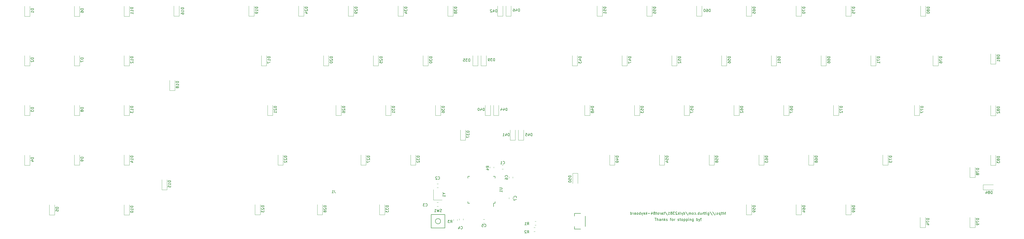
<source format=gbr>
%TF.GenerationSoftware,KiCad,Pcbnew,(6.0.1)*%
%TF.CreationDate,2022-02-12T16:29:40-05:00*%
%TF.ProjectId,PCB,5043422e-6b69-4636-9164-5f7063625858,rev?*%
%TF.SameCoordinates,Original*%
%TF.FileFunction,Legend,Bot*%
%TF.FilePolarity,Positive*%
%FSLAX46Y46*%
G04 Gerber Fmt 4.6, Leading zero omitted, Abs format (unit mm)*
G04 Created by KiCad (PCBNEW (6.0.1)) date 2022-02-12 16:29:40*
%MOMM*%
%LPD*%
G01*
G04 APERTURE LIST*
%ADD10C,0.200000*%
%ADD11C,0.150000*%
%ADD12C,0.120000*%
G04 APERTURE END LIST*
D10*
X361776488Y-289964880D02*
X362347916Y-289964880D01*
X362062202Y-290964880D02*
X362062202Y-289964880D01*
X362681250Y-290964880D02*
X362681250Y-289964880D01*
X363109821Y-290964880D02*
X363109821Y-290441071D01*
X363062202Y-290345833D01*
X362966964Y-290298214D01*
X362824107Y-290298214D01*
X362728869Y-290345833D01*
X362681250Y-290393452D01*
X364014583Y-290964880D02*
X364014583Y-290441071D01*
X363966964Y-290345833D01*
X363871726Y-290298214D01*
X363681250Y-290298214D01*
X363586011Y-290345833D01*
X364014583Y-290917261D02*
X363919345Y-290964880D01*
X363681250Y-290964880D01*
X363586011Y-290917261D01*
X363538392Y-290822023D01*
X363538392Y-290726785D01*
X363586011Y-290631547D01*
X363681250Y-290583928D01*
X363919345Y-290583928D01*
X364014583Y-290536309D01*
X364490773Y-290298214D02*
X364490773Y-290964880D01*
X364490773Y-290393452D02*
X364538392Y-290345833D01*
X364633630Y-290298214D01*
X364776488Y-290298214D01*
X364871726Y-290345833D01*
X364919345Y-290441071D01*
X364919345Y-290964880D01*
X365395535Y-290964880D02*
X365395535Y-289964880D01*
X365490773Y-290583928D02*
X365776488Y-290964880D01*
X365776488Y-290298214D02*
X365395535Y-290679166D01*
X366157440Y-290917261D02*
X366252678Y-290964880D01*
X366443154Y-290964880D01*
X366538392Y-290917261D01*
X366586011Y-290822023D01*
X366586011Y-290774404D01*
X366538392Y-290679166D01*
X366443154Y-290631547D01*
X366300297Y-290631547D01*
X366205059Y-290583928D01*
X366157440Y-290488690D01*
X366157440Y-290441071D01*
X366205059Y-290345833D01*
X366300297Y-290298214D01*
X366443154Y-290298214D01*
X366538392Y-290345833D01*
X367633630Y-290298214D02*
X368014583Y-290298214D01*
X367776488Y-290964880D02*
X367776488Y-290107738D01*
X367824107Y-290012500D01*
X367919345Y-289964880D01*
X368014583Y-289964880D01*
X368490773Y-290964880D02*
X368395535Y-290917261D01*
X368347916Y-290869642D01*
X368300297Y-290774404D01*
X368300297Y-290488690D01*
X368347916Y-290393452D01*
X368395535Y-290345833D01*
X368490773Y-290298214D01*
X368633630Y-290298214D01*
X368728869Y-290345833D01*
X368776488Y-290393452D01*
X368824107Y-290488690D01*
X368824107Y-290774404D01*
X368776488Y-290869642D01*
X368728869Y-290917261D01*
X368633630Y-290964880D01*
X368490773Y-290964880D01*
X369252678Y-290964880D02*
X369252678Y-290298214D01*
X369252678Y-290488690D02*
X369300297Y-290393452D01*
X369347916Y-290345833D01*
X369443154Y-290298214D01*
X369538392Y-290298214D01*
X370586011Y-290917261D02*
X370681250Y-290964880D01*
X370871726Y-290964880D01*
X370966964Y-290917261D01*
X371014583Y-290822023D01*
X371014583Y-290774404D01*
X370966964Y-290679166D01*
X370871726Y-290631547D01*
X370728869Y-290631547D01*
X370633630Y-290583928D01*
X370586011Y-290488690D01*
X370586011Y-290441071D01*
X370633630Y-290345833D01*
X370728869Y-290298214D01*
X370871726Y-290298214D01*
X370966964Y-290345833D01*
X371300297Y-290298214D02*
X371681250Y-290298214D01*
X371443154Y-289964880D02*
X371443154Y-290822023D01*
X371490773Y-290917261D01*
X371586011Y-290964880D01*
X371681250Y-290964880D01*
X372157440Y-290964880D02*
X372062202Y-290917261D01*
X372014583Y-290869642D01*
X371966964Y-290774404D01*
X371966964Y-290488690D01*
X372014583Y-290393452D01*
X372062202Y-290345833D01*
X372157440Y-290298214D01*
X372300297Y-290298214D01*
X372395535Y-290345833D01*
X372443154Y-290393452D01*
X372490773Y-290488690D01*
X372490773Y-290774404D01*
X372443154Y-290869642D01*
X372395535Y-290917261D01*
X372300297Y-290964880D01*
X372157440Y-290964880D01*
X372919345Y-290298214D02*
X372919345Y-291298214D01*
X372919345Y-290345833D02*
X373014583Y-290298214D01*
X373205059Y-290298214D01*
X373300297Y-290345833D01*
X373347916Y-290393452D01*
X373395535Y-290488690D01*
X373395535Y-290774404D01*
X373347916Y-290869642D01*
X373300297Y-290917261D01*
X373205059Y-290964880D01*
X373014583Y-290964880D01*
X372919345Y-290917261D01*
X373824107Y-290298214D02*
X373824107Y-291298214D01*
X373824107Y-290345833D02*
X373919345Y-290298214D01*
X374109821Y-290298214D01*
X374205059Y-290345833D01*
X374252678Y-290393452D01*
X374300297Y-290488690D01*
X374300297Y-290774404D01*
X374252678Y-290869642D01*
X374205059Y-290917261D01*
X374109821Y-290964880D01*
X373919345Y-290964880D01*
X373824107Y-290917261D01*
X374728869Y-290964880D02*
X374728869Y-290298214D01*
X374728869Y-289964880D02*
X374681250Y-290012500D01*
X374728869Y-290060119D01*
X374776488Y-290012500D01*
X374728869Y-289964880D01*
X374728869Y-290060119D01*
X375205059Y-290298214D02*
X375205059Y-290964880D01*
X375205059Y-290393452D02*
X375252678Y-290345833D01*
X375347916Y-290298214D01*
X375490773Y-290298214D01*
X375586011Y-290345833D01*
X375633630Y-290441071D01*
X375633630Y-290964880D01*
X376538392Y-290298214D02*
X376538392Y-291107738D01*
X376490773Y-291202976D01*
X376443154Y-291250595D01*
X376347916Y-291298214D01*
X376205059Y-291298214D01*
X376109821Y-291250595D01*
X376538392Y-290917261D02*
X376443154Y-290964880D01*
X376252678Y-290964880D01*
X376157440Y-290917261D01*
X376109821Y-290869642D01*
X376062202Y-290774404D01*
X376062202Y-290488690D01*
X376109821Y-290393452D01*
X376157440Y-290345833D01*
X376252678Y-290298214D01*
X376443154Y-290298214D01*
X376538392Y-290345833D01*
X377776488Y-290964880D02*
X377776488Y-289964880D01*
X377776488Y-290345833D02*
X377871726Y-290298214D01*
X378062202Y-290298214D01*
X378157440Y-290345833D01*
X378205059Y-290393452D01*
X378252678Y-290488690D01*
X378252678Y-290774404D01*
X378205059Y-290869642D01*
X378157440Y-290917261D01*
X378062202Y-290964880D01*
X377871726Y-290964880D01*
X377776488Y-290917261D01*
X378586011Y-290298214D02*
X378824107Y-290964880D01*
X379062202Y-290298214D02*
X378824107Y-290964880D01*
X378728869Y-291202976D01*
X378681250Y-291250595D01*
X378586011Y-291298214D01*
X379443154Y-290869642D02*
X379490773Y-290917261D01*
X379443154Y-290964880D01*
X379395535Y-290917261D01*
X379443154Y-290869642D01*
X379443154Y-290964880D01*
X379443154Y-290583928D02*
X379395535Y-290012500D01*
X379443154Y-289964880D01*
X379490773Y-290012500D01*
X379443154Y-290583928D01*
X379443154Y-289964880D01*
X388871726Y-288583630D02*
X388871726Y-287583630D01*
X388443154Y-288583630D02*
X388443154Y-288059821D01*
X388490773Y-287964583D01*
X388586011Y-287916964D01*
X388728869Y-287916964D01*
X388824107Y-287964583D01*
X388871726Y-288012202D01*
X388109821Y-287916964D02*
X387728869Y-287916964D01*
X387966964Y-287583630D02*
X387966964Y-288440773D01*
X387919345Y-288536011D01*
X387824107Y-288583630D01*
X387728869Y-288583630D01*
X387538392Y-287916964D02*
X387157440Y-287916964D01*
X387395535Y-287583630D02*
X387395535Y-288440773D01*
X387347916Y-288536011D01*
X387252678Y-288583630D01*
X387157440Y-288583630D01*
X386824107Y-287916964D02*
X386824107Y-288916964D01*
X386824107Y-287964583D02*
X386728869Y-287916964D01*
X386538392Y-287916964D01*
X386443154Y-287964583D01*
X386395535Y-288012202D01*
X386347916Y-288107440D01*
X386347916Y-288393154D01*
X386395535Y-288488392D01*
X386443154Y-288536011D01*
X386538392Y-288583630D01*
X386728869Y-288583630D01*
X386824107Y-288536011D01*
X385966964Y-288536011D02*
X385871726Y-288583630D01*
X385681250Y-288583630D01*
X385586011Y-288536011D01*
X385538392Y-288440773D01*
X385538392Y-288393154D01*
X385586011Y-288297916D01*
X385681250Y-288250297D01*
X385824107Y-288250297D01*
X385919345Y-288202678D01*
X385966964Y-288107440D01*
X385966964Y-288059821D01*
X385919345Y-287964583D01*
X385824107Y-287916964D01*
X385681250Y-287916964D01*
X385586011Y-287964583D01*
X385109821Y-288488392D02*
X385062202Y-288536011D01*
X385109821Y-288583630D01*
X385157440Y-288536011D01*
X385109821Y-288488392D01*
X385109821Y-288583630D01*
X385109821Y-287964583D02*
X385062202Y-288012202D01*
X385109821Y-288059821D01*
X385157440Y-288012202D01*
X385109821Y-287964583D01*
X385109821Y-288059821D01*
X383919345Y-287536011D02*
X384776488Y-288821726D01*
X382871726Y-287536011D02*
X383728869Y-288821726D01*
X382109821Y-287916964D02*
X382109821Y-288726488D01*
X382157440Y-288821726D01*
X382205059Y-288869345D01*
X382300297Y-288916964D01*
X382443154Y-288916964D01*
X382538392Y-288869345D01*
X382109821Y-288536011D02*
X382205059Y-288583630D01*
X382395535Y-288583630D01*
X382490773Y-288536011D01*
X382538392Y-288488392D01*
X382586011Y-288393154D01*
X382586011Y-288107440D01*
X382538392Y-288012202D01*
X382490773Y-287964583D01*
X382395535Y-287916964D01*
X382205059Y-287916964D01*
X382109821Y-287964583D01*
X381633630Y-288583630D02*
X381633630Y-287916964D01*
X381633630Y-287583630D02*
X381681250Y-287631250D01*
X381633630Y-287678869D01*
X381586011Y-287631250D01*
X381633630Y-287583630D01*
X381633630Y-287678869D01*
X381300297Y-287916964D02*
X380919345Y-287916964D01*
X381157440Y-287583630D02*
X381157440Y-288440773D01*
X381109821Y-288536011D01*
X381014583Y-288583630D01*
X380919345Y-288583630D01*
X380586011Y-288583630D02*
X380586011Y-287583630D01*
X380157440Y-288583630D02*
X380157440Y-288059821D01*
X380205059Y-287964583D01*
X380300297Y-287916964D01*
X380443154Y-287916964D01*
X380538392Y-287964583D01*
X380586011Y-288012202D01*
X379252678Y-287916964D02*
X379252678Y-288583630D01*
X379681250Y-287916964D02*
X379681250Y-288440773D01*
X379633630Y-288536011D01*
X379538392Y-288583630D01*
X379395535Y-288583630D01*
X379300297Y-288536011D01*
X379252678Y-288488392D01*
X378776488Y-288583630D02*
X378776488Y-287583630D01*
X378776488Y-287964583D02*
X378681250Y-287916964D01*
X378490773Y-287916964D01*
X378395535Y-287964583D01*
X378347916Y-288012202D01*
X378300297Y-288107440D01*
X378300297Y-288393154D01*
X378347916Y-288488392D01*
X378395535Y-288536011D01*
X378490773Y-288583630D01*
X378681250Y-288583630D01*
X378776488Y-288536011D01*
X377871726Y-288488392D02*
X377824107Y-288536011D01*
X377871726Y-288583630D01*
X377919345Y-288536011D01*
X377871726Y-288488392D01*
X377871726Y-288583630D01*
X376966964Y-288536011D02*
X377062202Y-288583630D01*
X377252678Y-288583630D01*
X377347916Y-288536011D01*
X377395535Y-288488392D01*
X377443154Y-288393154D01*
X377443154Y-288107440D01*
X377395535Y-288012202D01*
X377347916Y-287964583D01*
X377252678Y-287916964D01*
X377062202Y-287916964D01*
X376966964Y-287964583D01*
X376395535Y-288583630D02*
X376490773Y-288536011D01*
X376538392Y-288488392D01*
X376586011Y-288393154D01*
X376586011Y-288107440D01*
X376538392Y-288012202D01*
X376490773Y-287964583D01*
X376395535Y-287916964D01*
X376252678Y-287916964D01*
X376157440Y-287964583D01*
X376109821Y-288012202D01*
X376062202Y-288107440D01*
X376062202Y-288393154D01*
X376109821Y-288488392D01*
X376157440Y-288536011D01*
X376252678Y-288583630D01*
X376395535Y-288583630D01*
X375633630Y-288583630D02*
X375633630Y-287916964D01*
X375633630Y-288012202D02*
X375586011Y-287964583D01*
X375490773Y-287916964D01*
X375347916Y-287916964D01*
X375252678Y-287964583D01*
X375205059Y-288059821D01*
X375205059Y-288583630D01*
X375205059Y-288059821D02*
X375157440Y-287964583D01*
X375062202Y-287916964D01*
X374919345Y-287916964D01*
X374824107Y-287964583D01*
X374776488Y-288059821D01*
X374776488Y-288583630D01*
X373586011Y-287536011D02*
X374443154Y-288821726D01*
X372824107Y-288583630D02*
X372824107Y-287583630D01*
X372824107Y-288536011D02*
X372919345Y-288583630D01*
X373109821Y-288583630D01*
X373205059Y-288536011D01*
X373252678Y-288488392D01*
X373300297Y-288393154D01*
X373300297Y-288107440D01*
X373252678Y-288012202D01*
X373205059Y-287964583D01*
X373109821Y-287916964D01*
X372919345Y-287916964D01*
X372824107Y-287964583D01*
X372443154Y-287916964D02*
X372205059Y-288583630D01*
X371966964Y-287916964D02*
X372205059Y-288583630D01*
X372300297Y-288821726D01*
X372347916Y-288869345D01*
X372443154Y-288916964D01*
X371443154Y-288583630D02*
X371538392Y-288536011D01*
X371586011Y-288440773D01*
X371586011Y-287583630D01*
X371062202Y-288583630D02*
X371062202Y-287583630D01*
X370966964Y-288202678D02*
X370681250Y-288583630D01*
X370681250Y-287916964D02*
X371062202Y-288297916D01*
X370300297Y-287678869D02*
X370252678Y-287631250D01*
X370157440Y-287583630D01*
X369919345Y-287583630D01*
X369824107Y-287631250D01*
X369776488Y-287678869D01*
X369728869Y-287774107D01*
X369728869Y-287869345D01*
X369776488Y-288012202D01*
X370347916Y-288583630D01*
X369728869Y-288583630D01*
X369395535Y-287583630D02*
X368776488Y-287583630D01*
X369109821Y-287964583D01*
X368966964Y-287964583D01*
X368871726Y-288012202D01*
X368824107Y-288059821D01*
X368776488Y-288155059D01*
X368776488Y-288393154D01*
X368824107Y-288488392D01*
X368871726Y-288536011D01*
X368966964Y-288583630D01*
X369252678Y-288583630D01*
X369347916Y-288536011D01*
X369395535Y-288488392D01*
X368205059Y-288012202D02*
X368300297Y-287964583D01*
X368347916Y-287916964D01*
X368395535Y-287821726D01*
X368395535Y-287774107D01*
X368347916Y-287678869D01*
X368300297Y-287631250D01*
X368205059Y-287583630D01*
X368014583Y-287583630D01*
X367919345Y-287631250D01*
X367871726Y-287678869D01*
X367824107Y-287774107D01*
X367824107Y-287821726D01*
X367871726Y-287916964D01*
X367919345Y-287964583D01*
X368014583Y-288012202D01*
X368205059Y-288012202D01*
X368300297Y-288059821D01*
X368347916Y-288107440D01*
X368395535Y-288202678D01*
X368395535Y-288393154D01*
X368347916Y-288488392D01*
X368300297Y-288536011D01*
X368205059Y-288583630D01*
X368014583Y-288583630D01*
X367919345Y-288536011D01*
X367871726Y-288488392D01*
X367824107Y-288393154D01*
X367824107Y-288202678D01*
X367871726Y-288107440D01*
X367919345Y-288059821D01*
X368014583Y-288012202D01*
X366871726Y-288583630D02*
X367443154Y-288583630D01*
X367157440Y-288583630D02*
X367157440Y-287583630D01*
X367252678Y-287726488D01*
X367347916Y-287821726D01*
X367443154Y-287869345D01*
X365728869Y-287536011D02*
X366586011Y-288821726D01*
X365538392Y-287916964D02*
X365157440Y-287916964D01*
X365395535Y-287583630D02*
X365395535Y-288440773D01*
X365347916Y-288536011D01*
X365252678Y-288583630D01*
X365157440Y-288583630D01*
X364395535Y-288583630D02*
X364395535Y-288059821D01*
X364443154Y-287964583D01*
X364538392Y-287916964D01*
X364728869Y-287916964D01*
X364824107Y-287964583D01*
X364395535Y-288536011D02*
X364490773Y-288583630D01*
X364728869Y-288583630D01*
X364824107Y-288536011D01*
X364871726Y-288440773D01*
X364871726Y-288345535D01*
X364824107Y-288250297D01*
X364728869Y-288202678D01*
X364490773Y-288202678D01*
X364395535Y-288155059D01*
X363919345Y-288583630D02*
X363919345Y-287916964D01*
X363919345Y-288107440D02*
X363871726Y-288012202D01*
X363824107Y-287964583D01*
X363728869Y-287916964D01*
X363633630Y-287916964D01*
X363157440Y-288583630D02*
X363252678Y-288536011D01*
X363300297Y-288488392D01*
X363347916Y-288393154D01*
X363347916Y-288107440D01*
X363300297Y-288012202D01*
X363252678Y-287964583D01*
X363157440Y-287916964D01*
X363014583Y-287916964D01*
X362919345Y-287964583D01*
X362871726Y-288012202D01*
X362824107Y-288107440D01*
X362824107Y-288393154D01*
X362871726Y-288488392D01*
X362919345Y-288536011D01*
X363014583Y-288583630D01*
X363157440Y-288583630D01*
X362538392Y-287916964D02*
X362157440Y-287916964D01*
X362395535Y-287583630D02*
X362395535Y-288440773D01*
X362347916Y-288536011D01*
X362252678Y-288583630D01*
X362157440Y-288583630D01*
X361681250Y-288012202D02*
X361776488Y-287964583D01*
X361824107Y-287916964D01*
X361871726Y-287821726D01*
X361871726Y-287774107D01*
X361824107Y-287678869D01*
X361776488Y-287631250D01*
X361681250Y-287583630D01*
X361490773Y-287583630D01*
X361395535Y-287631250D01*
X361347916Y-287678869D01*
X361300297Y-287774107D01*
X361300297Y-287821726D01*
X361347916Y-287916964D01*
X361395535Y-287964583D01*
X361490773Y-288012202D01*
X361681250Y-288012202D01*
X361776488Y-288059821D01*
X361824107Y-288107440D01*
X361871726Y-288202678D01*
X361871726Y-288393154D01*
X361824107Y-288488392D01*
X361776488Y-288536011D01*
X361681250Y-288583630D01*
X361490773Y-288583630D01*
X361395535Y-288536011D01*
X361347916Y-288488392D01*
X361300297Y-288393154D01*
X361300297Y-288202678D01*
X361347916Y-288107440D01*
X361395535Y-288059821D01*
X361490773Y-288012202D01*
X360443154Y-287916964D02*
X360443154Y-288583630D01*
X360681250Y-287536011D02*
X360919345Y-288250297D01*
X360300297Y-288250297D01*
X359919345Y-288202678D02*
X359157440Y-288202678D01*
X358681250Y-288583630D02*
X358681250Y-287583630D01*
X358586011Y-288202678D02*
X358300297Y-288583630D01*
X358300297Y-287916964D02*
X358681250Y-288297916D01*
X357490773Y-288536011D02*
X357586011Y-288583630D01*
X357776488Y-288583630D01*
X357871726Y-288536011D01*
X357919345Y-288440773D01*
X357919345Y-288059821D01*
X357871726Y-287964583D01*
X357776488Y-287916964D01*
X357586011Y-287916964D01*
X357490773Y-287964583D01*
X357443154Y-288059821D01*
X357443154Y-288155059D01*
X357919345Y-288250297D01*
X357109821Y-287916964D02*
X356871726Y-288583630D01*
X356633630Y-287916964D02*
X356871726Y-288583630D01*
X356966964Y-288821726D01*
X357014583Y-288869345D01*
X357109821Y-288916964D01*
X356252678Y-288583630D02*
X356252678Y-287583630D01*
X356252678Y-287964583D02*
X356157440Y-287916964D01*
X355966964Y-287916964D01*
X355871726Y-287964583D01*
X355824107Y-288012202D01*
X355776488Y-288107440D01*
X355776488Y-288393154D01*
X355824107Y-288488392D01*
X355871726Y-288536011D01*
X355966964Y-288583630D01*
X356157440Y-288583630D01*
X356252678Y-288536011D01*
X355205059Y-288583630D02*
X355300297Y-288536011D01*
X355347916Y-288488392D01*
X355395535Y-288393154D01*
X355395535Y-288107440D01*
X355347916Y-288012202D01*
X355300297Y-287964583D01*
X355205059Y-287916964D01*
X355062202Y-287916964D01*
X354966964Y-287964583D01*
X354919345Y-288012202D01*
X354871726Y-288107440D01*
X354871726Y-288393154D01*
X354919345Y-288488392D01*
X354966964Y-288536011D01*
X355062202Y-288583630D01*
X355205059Y-288583630D01*
X354014583Y-288583630D02*
X354014583Y-288059821D01*
X354062202Y-287964583D01*
X354157440Y-287916964D01*
X354347916Y-287916964D01*
X354443154Y-287964583D01*
X354014583Y-288536011D02*
X354109821Y-288583630D01*
X354347916Y-288583630D01*
X354443154Y-288536011D01*
X354490773Y-288440773D01*
X354490773Y-288345535D01*
X354443154Y-288250297D01*
X354347916Y-288202678D01*
X354109821Y-288202678D01*
X354014583Y-288155059D01*
X353538392Y-288583630D02*
X353538392Y-287916964D01*
X353538392Y-288107440D02*
X353490773Y-288012202D01*
X353443154Y-287964583D01*
X353347916Y-287916964D01*
X353252678Y-287916964D01*
X352490773Y-288583630D02*
X352490773Y-287583630D01*
X352490773Y-288536011D02*
X352586011Y-288583630D01*
X352776488Y-288583630D01*
X352871726Y-288536011D01*
X352919345Y-288488392D01*
X352966964Y-288393154D01*
X352966964Y-288107440D01*
X352919345Y-288012202D01*
X352871726Y-287964583D01*
X352776488Y-287916964D01*
X352586011Y-287916964D01*
X352490773Y-287964583D01*
D11*
%TO.C,SW1*%
X280089583Y-287496512D02*
X279946726Y-287544131D01*
X279708630Y-287544131D01*
X279613392Y-287496512D01*
X279565773Y-287448893D01*
X279518154Y-287353655D01*
X279518154Y-287258417D01*
X279565773Y-287163179D01*
X279613392Y-287115560D01*
X279708630Y-287067941D01*
X279899107Y-287020322D01*
X279994345Y-286972703D01*
X280041964Y-286925084D01*
X280089583Y-286829846D01*
X280089583Y-286734608D01*
X280041964Y-286639370D01*
X279994345Y-286591751D01*
X279899107Y-286544131D01*
X279661011Y-286544131D01*
X279518154Y-286591751D01*
X279184821Y-286544131D02*
X278946726Y-287544131D01*
X278756250Y-286829846D01*
X278565773Y-287544131D01*
X278327678Y-286544131D01*
X277422916Y-287544131D02*
X277994345Y-287544131D01*
X277708630Y-287544131D02*
X277708630Y-286544131D01*
X277803869Y-286686989D01*
X277899107Y-286782227D01*
X277994345Y-286829846D01*
%TO.C,C1*%
X303647916Y-269076643D02*
X303695535Y-269124262D01*
X303838392Y-269171881D01*
X303933630Y-269171881D01*
X304076488Y-269124262D01*
X304171726Y-269029024D01*
X304219345Y-268933786D01*
X304266964Y-268743310D01*
X304266964Y-268600453D01*
X304219345Y-268409977D01*
X304171726Y-268314739D01*
X304076488Y-268219501D01*
X303933630Y-268171881D01*
X303838392Y-268171881D01*
X303695535Y-268219501D01*
X303647916Y-268267120D01*
X302695535Y-269171881D02*
X303266964Y-269171881D01*
X302981250Y-269171881D02*
X302981250Y-268171881D01*
X303076488Y-268314739D01*
X303171726Y-268409977D01*
X303266964Y-268457596D01*
%TO.C,D45*%
X314745535Y-258421130D02*
X314745535Y-257421130D01*
X314507440Y-257421130D01*
X314364583Y-257468750D01*
X314269345Y-257563988D01*
X314221726Y-257659226D01*
X314174107Y-257849702D01*
X314174107Y-257992559D01*
X314221726Y-258183035D01*
X314269345Y-258278273D01*
X314364583Y-258373511D01*
X314507440Y-258421130D01*
X314745535Y-258421130D01*
X313316964Y-257754464D02*
X313316964Y-258421130D01*
X313555059Y-257373511D02*
X313793154Y-258087797D01*
X313174107Y-258087797D01*
X312316964Y-257421130D02*
X312793154Y-257421130D01*
X312840773Y-257897321D01*
X312793154Y-257849702D01*
X312697916Y-257802083D01*
X312459821Y-257802083D01*
X312364583Y-257849702D01*
X312316964Y-257897321D01*
X312269345Y-257992559D01*
X312269345Y-258230654D01*
X312316964Y-258325892D01*
X312364583Y-258373511D01*
X312459821Y-258421130D01*
X312697916Y-258421130D01*
X312793154Y-258373511D01*
X312840773Y-258325892D01*
%TO.C,D40*%
X296489285Y-248745631D02*
X296489285Y-247745631D01*
X296251190Y-247745631D01*
X296108333Y-247793251D01*
X296013095Y-247888489D01*
X295965476Y-247983727D01*
X295917857Y-248174203D01*
X295917857Y-248317060D01*
X295965476Y-248507536D01*
X296013095Y-248602774D01*
X296108333Y-248698012D01*
X296251190Y-248745631D01*
X296489285Y-248745631D01*
X295060714Y-248078965D02*
X295060714Y-248745631D01*
X295298809Y-247698012D02*
X295536904Y-248412298D01*
X294917857Y-248412298D01*
X294346428Y-247745631D02*
X294251190Y-247745631D01*
X294155952Y-247793251D01*
X294108333Y-247840870D01*
X294060714Y-247936108D01*
X294013095Y-248126584D01*
X294013095Y-248364679D01*
X294060714Y-248555155D01*
X294108333Y-248650393D01*
X294155952Y-248698012D01*
X294251190Y-248745631D01*
X294346428Y-248745631D01*
X294441666Y-248698012D01*
X294489285Y-248650393D01*
X294536904Y-248555155D01*
X294584523Y-248364679D01*
X294584523Y-248126584D01*
X294536904Y-247936108D01*
X294489285Y-247840870D01*
X294441666Y-247793251D01*
X294346428Y-247745631D01*
%TO.C,D29*%
X247871130Y-208978965D02*
X246871130Y-208978965D01*
X246871130Y-209217060D01*
X246918750Y-209359917D01*
X247013988Y-209455155D01*
X247109226Y-209502774D01*
X247299702Y-209550393D01*
X247442559Y-209550393D01*
X247633035Y-209502774D01*
X247728273Y-209455155D01*
X247823511Y-209359917D01*
X247871130Y-209217060D01*
X247871130Y-208978965D01*
X246966369Y-209931346D02*
X246918750Y-209978965D01*
X246871130Y-210074203D01*
X246871130Y-210312298D01*
X246918750Y-210407536D01*
X246966369Y-210455155D01*
X247061607Y-210502774D01*
X247156845Y-210502774D01*
X247299702Y-210455155D01*
X247871130Y-209883727D01*
X247871130Y-210502774D01*
X247871130Y-210978965D02*
X247871130Y-211169441D01*
X247823511Y-211264679D01*
X247775892Y-211312298D01*
X247633035Y-211407536D01*
X247442559Y-211455155D01*
X247061607Y-211455155D01*
X246966369Y-211407536D01*
X246918750Y-211359917D01*
X246871130Y-211264679D01*
X246871130Y-211074203D01*
X246918750Y-210978965D01*
X246966369Y-210931346D01*
X247061607Y-210883727D01*
X247299702Y-210883727D01*
X247394940Y-210931346D01*
X247442559Y-210978965D01*
X247490178Y-211074203D01*
X247490178Y-211264679D01*
X247442559Y-211359917D01*
X247394940Y-211407536D01*
X247299702Y-211455155D01*
%TO.C,D61*%
X409796130Y-228028965D02*
X408796130Y-228028965D01*
X408796130Y-228267060D01*
X408843750Y-228409917D01*
X408938988Y-228505155D01*
X409034226Y-228552774D01*
X409224702Y-228600393D01*
X409367559Y-228600393D01*
X409558035Y-228552774D01*
X409653273Y-228505155D01*
X409748511Y-228409917D01*
X409796130Y-228267060D01*
X409796130Y-228028965D01*
X408796130Y-229457536D02*
X408796130Y-229267060D01*
X408843750Y-229171822D01*
X408891369Y-229124203D01*
X409034226Y-229028965D01*
X409224702Y-228981346D01*
X409605654Y-228981346D01*
X409700892Y-229028965D01*
X409748511Y-229076584D01*
X409796130Y-229171822D01*
X409796130Y-229362298D01*
X409748511Y-229457536D01*
X409700892Y-229505155D01*
X409605654Y-229552774D01*
X409367559Y-229552774D01*
X409272321Y-229505155D01*
X409224702Y-229457536D01*
X409177083Y-229362298D01*
X409177083Y-229171822D01*
X409224702Y-229076584D01*
X409272321Y-229028965D01*
X409367559Y-228981346D01*
X409796130Y-230505155D02*
X409796130Y-229933727D01*
X409796130Y-230219441D02*
X408796130Y-230219441D01*
X408938988Y-230124203D01*
X409034226Y-230028965D01*
X409081845Y-229933727D01*
%TO.C,D41*%
X306014285Y-258421130D02*
X306014285Y-257421130D01*
X305776190Y-257421130D01*
X305633333Y-257468750D01*
X305538095Y-257563988D01*
X305490476Y-257659226D01*
X305442857Y-257849702D01*
X305442857Y-257992559D01*
X305490476Y-258183035D01*
X305538095Y-258278273D01*
X305633333Y-258373511D01*
X305776190Y-258421130D01*
X306014285Y-258421130D01*
X304585714Y-257754464D02*
X304585714Y-258421130D01*
X304823809Y-257373511D02*
X305061904Y-258087797D01*
X304442857Y-258087797D01*
X303538095Y-258421130D02*
X304109523Y-258421130D01*
X303823809Y-258421130D02*
X303823809Y-257421130D01*
X303919047Y-257563988D01*
X304014285Y-257659226D01*
X304109523Y-257706845D01*
%TO.C,D43*%
X333596130Y-228028965D02*
X332596130Y-228028965D01*
X332596130Y-228267060D01*
X332643750Y-228409917D01*
X332738988Y-228505155D01*
X332834226Y-228552774D01*
X333024702Y-228600393D01*
X333167559Y-228600393D01*
X333358035Y-228552774D01*
X333453273Y-228505155D01*
X333548511Y-228409917D01*
X333596130Y-228267060D01*
X333596130Y-228028965D01*
X332929464Y-229457536D02*
X333596130Y-229457536D01*
X332548511Y-229219441D02*
X333262797Y-228981346D01*
X333262797Y-229600393D01*
X332596130Y-229886108D02*
X332596130Y-230505155D01*
X332977083Y-230171822D01*
X332977083Y-230314679D01*
X333024702Y-230409917D01*
X333072321Y-230457536D01*
X333167559Y-230505155D01*
X333405654Y-230505155D01*
X333500892Y-230457536D01*
X333548511Y-230409917D01*
X333596130Y-230314679D01*
X333596130Y-230028965D01*
X333548511Y-229933727D01*
X333500892Y-229886108D01*
%TO.C,R3*%
X283535416Y-291758630D02*
X283868750Y-291282440D01*
X284106845Y-291758630D02*
X284106845Y-290758630D01*
X283725892Y-290758630D01*
X283630654Y-290806250D01*
X283583035Y-290853869D01*
X283535416Y-290949107D01*
X283535416Y-291091964D01*
X283583035Y-291187202D01*
X283630654Y-291234821D01*
X283725892Y-291282440D01*
X284106845Y-291282440D01*
X283202083Y-290758630D02*
X282583035Y-290758630D01*
X282916369Y-291139583D01*
X282773511Y-291139583D01*
X282678273Y-291187202D01*
X282630654Y-291234821D01*
X282583035Y-291330059D01*
X282583035Y-291568154D01*
X282630654Y-291663392D01*
X282678273Y-291711011D01*
X282773511Y-291758630D01*
X283059226Y-291758630D01*
X283154464Y-291711011D01*
X283202083Y-291663392D01*
%TO.C,D25*%
X257396130Y-228028965D02*
X256396130Y-228028965D01*
X256396130Y-228267060D01*
X256443750Y-228409917D01*
X256538988Y-228505155D01*
X256634226Y-228552774D01*
X256824702Y-228600393D01*
X256967559Y-228600393D01*
X257158035Y-228552774D01*
X257253273Y-228505155D01*
X257348511Y-228409917D01*
X257396130Y-228267060D01*
X257396130Y-228028965D01*
X256491369Y-228981346D02*
X256443750Y-229028965D01*
X256396130Y-229124203D01*
X256396130Y-229362298D01*
X256443750Y-229457536D01*
X256491369Y-229505155D01*
X256586607Y-229552774D01*
X256681845Y-229552774D01*
X256824702Y-229505155D01*
X257396130Y-228933727D01*
X257396130Y-229552774D01*
X256396130Y-230457536D02*
X256396130Y-229981346D01*
X256872321Y-229933727D01*
X256824702Y-229981346D01*
X256777083Y-230076584D01*
X256777083Y-230314679D01*
X256824702Y-230409917D01*
X256872321Y-230457536D01*
X256967559Y-230505155D01*
X257205654Y-230505155D01*
X257300892Y-230457536D01*
X257348511Y-230409917D01*
X257396130Y-230314679D01*
X257396130Y-230076584D01*
X257348511Y-229981346D01*
X257300892Y-229933727D01*
%TO.C,D56*%
X390746130Y-228028965D02*
X389746130Y-228028965D01*
X389746130Y-228267060D01*
X389793750Y-228409917D01*
X389888988Y-228505155D01*
X389984226Y-228552774D01*
X390174702Y-228600393D01*
X390317559Y-228600393D01*
X390508035Y-228552774D01*
X390603273Y-228505155D01*
X390698511Y-228409917D01*
X390746130Y-228267060D01*
X390746130Y-228028965D01*
X389746130Y-229505155D02*
X389746130Y-229028965D01*
X390222321Y-228981346D01*
X390174702Y-229028965D01*
X390127083Y-229124203D01*
X390127083Y-229362298D01*
X390174702Y-229457536D01*
X390222321Y-229505155D01*
X390317559Y-229552774D01*
X390555654Y-229552774D01*
X390650892Y-229505155D01*
X390698511Y-229457536D01*
X390746130Y-229362298D01*
X390746130Y-229124203D01*
X390698511Y-229028965D01*
X390650892Y-228981346D01*
X389746130Y-230409917D02*
X389746130Y-230219441D01*
X389793750Y-230124203D01*
X389841369Y-230076584D01*
X389984226Y-229981346D01*
X390174702Y-229933727D01*
X390555654Y-229933727D01*
X390650892Y-229981346D01*
X390698511Y-230028965D01*
X390746130Y-230124203D01*
X390746130Y-230314679D01*
X390698511Y-230409917D01*
X390650892Y-230457536D01*
X390555654Y-230505155D01*
X390317559Y-230505155D01*
X390222321Y-230457536D01*
X390174702Y-230409917D01*
X390127083Y-230314679D01*
X390127083Y-230124203D01*
X390174702Y-230028965D01*
X390222321Y-229981346D01*
X390317559Y-229933727D01*
%TO.C,D22*%
X220883630Y-266128965D02*
X219883630Y-266128965D01*
X219883630Y-266367060D01*
X219931250Y-266509917D01*
X220026488Y-266605155D01*
X220121726Y-266652774D01*
X220312202Y-266700393D01*
X220455059Y-266700393D01*
X220645535Y-266652774D01*
X220740773Y-266605155D01*
X220836011Y-266509917D01*
X220883630Y-266367060D01*
X220883630Y-266128965D01*
X219978869Y-267081346D02*
X219931250Y-267128965D01*
X219883630Y-267224203D01*
X219883630Y-267462298D01*
X219931250Y-267557536D01*
X219978869Y-267605155D01*
X220074107Y-267652774D01*
X220169345Y-267652774D01*
X220312202Y-267605155D01*
X220883630Y-267033727D01*
X220883630Y-267652774D01*
X219978869Y-268033727D02*
X219931250Y-268081346D01*
X219883630Y-268176584D01*
X219883630Y-268414679D01*
X219931250Y-268509917D01*
X219978869Y-268557536D01*
X220074107Y-268605155D01*
X220169345Y-268605155D01*
X220312202Y-268557536D01*
X220883630Y-267986108D01*
X220883630Y-268605155D01*
%TO.C,C3*%
X274010416Y-285313392D02*
X274058035Y-285361011D01*
X274200892Y-285408630D01*
X274296130Y-285408630D01*
X274438988Y-285361011D01*
X274534226Y-285265773D01*
X274581845Y-285170535D01*
X274629464Y-284980059D01*
X274629464Y-284837202D01*
X274581845Y-284646726D01*
X274534226Y-284551488D01*
X274438988Y-284456250D01*
X274296130Y-284408630D01*
X274200892Y-284408630D01*
X274058035Y-284456250D01*
X274010416Y-284503869D01*
X273677083Y-284408630D02*
X273058035Y-284408630D01*
X273391369Y-284789583D01*
X273248511Y-284789583D01*
X273153273Y-284837202D01*
X273105654Y-284884821D01*
X273058035Y-284980059D01*
X273058035Y-285218154D01*
X273105654Y-285313392D01*
X273153273Y-285361011D01*
X273248511Y-285408630D01*
X273534226Y-285408630D01*
X273629464Y-285361011D01*
X273677083Y-285313392D01*
%TO.C,D55*%
X362171130Y-208978965D02*
X361171130Y-208978965D01*
X361171130Y-209217060D01*
X361218750Y-209359917D01*
X361313988Y-209455155D01*
X361409226Y-209502774D01*
X361599702Y-209550393D01*
X361742559Y-209550393D01*
X361933035Y-209502774D01*
X362028273Y-209455155D01*
X362123511Y-209359917D01*
X362171130Y-209217060D01*
X362171130Y-208978965D01*
X361171130Y-210455155D02*
X361171130Y-209978965D01*
X361647321Y-209931346D01*
X361599702Y-209978965D01*
X361552083Y-210074203D01*
X361552083Y-210312298D01*
X361599702Y-210407536D01*
X361647321Y-210455155D01*
X361742559Y-210502774D01*
X361980654Y-210502774D01*
X362075892Y-210455155D01*
X362123511Y-210407536D01*
X362171130Y-210312298D01*
X362171130Y-210074203D01*
X362123511Y-209978965D01*
X362075892Y-209931346D01*
X361171130Y-211407536D02*
X361171130Y-210931346D01*
X361647321Y-210883727D01*
X361599702Y-210931346D01*
X361552083Y-211026584D01*
X361552083Y-211264679D01*
X361599702Y-211359917D01*
X361647321Y-211407536D01*
X361742559Y-211455155D01*
X361980654Y-211455155D01*
X362075892Y-211407536D01*
X362123511Y-211359917D01*
X362171130Y-211264679D01*
X362171130Y-211026584D01*
X362123511Y-210931346D01*
X362075892Y-210883727D01*
%TO.C,D74*%
X466796130Y-290091964D02*
X465796130Y-290091964D01*
X465796130Y-290330059D01*
X465843750Y-290472916D01*
X465938988Y-290568154D01*
X466034226Y-290615773D01*
X466224702Y-290663392D01*
X466367559Y-290663392D01*
X466558035Y-290615773D01*
X466653273Y-290568154D01*
X466748511Y-290472916D01*
X466796130Y-290330059D01*
X466796130Y-290091964D01*
X465796130Y-290996726D02*
X465796130Y-291663392D01*
X466796130Y-291234821D01*
X466129464Y-292472916D02*
X466796130Y-292472916D01*
X465748511Y-292234821D02*
X466462797Y-291996726D01*
X466462797Y-292615773D01*
%TO.C,C5*%
X296504166Y-293192893D02*
X296551785Y-293240512D01*
X296694642Y-293288131D01*
X296789880Y-293288131D01*
X296932738Y-293240512D01*
X297027976Y-293145274D01*
X297075595Y-293050036D01*
X297123214Y-292859560D01*
X297123214Y-292716703D01*
X297075595Y-292526227D01*
X297027976Y-292430989D01*
X296932738Y-292335751D01*
X296789880Y-292288131D01*
X296694642Y-292288131D01*
X296551785Y-292335751D01*
X296504166Y-292383370D01*
X295599404Y-292288131D02*
X296075595Y-292288131D01*
X296123214Y-292764322D01*
X296075595Y-292716703D01*
X295980357Y-292669084D01*
X295742261Y-292669084D01*
X295647023Y-292716703D01*
X295599404Y-292764322D01*
X295551785Y-292859560D01*
X295551785Y-293097655D01*
X295599404Y-293192893D01*
X295647023Y-293240512D01*
X295742261Y-293288131D01*
X295980357Y-293288131D01*
X296075595Y-293240512D01*
X296123214Y-293192893D01*
%TO.C,D18*%
X179458630Y-237553965D02*
X178458630Y-237553965D01*
X178458630Y-237792060D01*
X178506250Y-237934917D01*
X178601488Y-238030155D01*
X178696726Y-238077774D01*
X178887202Y-238125393D01*
X179030059Y-238125393D01*
X179220535Y-238077774D01*
X179315773Y-238030155D01*
X179411011Y-237934917D01*
X179458630Y-237792060D01*
X179458630Y-237553965D01*
X179458630Y-239077774D02*
X179458630Y-238506346D01*
X179458630Y-238792060D02*
X178458630Y-238792060D01*
X178601488Y-238696822D01*
X178696726Y-238601584D01*
X178744345Y-238506346D01*
X178887202Y-239649203D02*
X178839583Y-239553965D01*
X178791964Y-239506346D01*
X178696726Y-239458727D01*
X178649107Y-239458727D01*
X178553869Y-239506346D01*
X178506250Y-239553965D01*
X178458630Y-239649203D01*
X178458630Y-239839679D01*
X178506250Y-239934917D01*
X178553869Y-239982536D01*
X178649107Y-240030155D01*
X178696726Y-240030155D01*
X178791964Y-239982536D01*
X178839583Y-239934917D01*
X178887202Y-239839679D01*
X178887202Y-239649203D01*
X178934821Y-239553965D01*
X178982440Y-239506346D01*
X179077678Y-239458727D01*
X179268154Y-239458727D01*
X179363392Y-239506346D01*
X179411011Y-239553965D01*
X179458630Y-239649203D01*
X179458630Y-239839679D01*
X179411011Y-239934917D01*
X179363392Y-239982536D01*
X179268154Y-240030155D01*
X179077678Y-240030155D01*
X178982440Y-239982536D01*
X178934821Y-239934917D01*
X178887202Y-239839679D01*
%TO.C,D67*%
X414558630Y-247078965D02*
X413558630Y-247078965D01*
X413558630Y-247317060D01*
X413606250Y-247459917D01*
X413701488Y-247555155D01*
X413796726Y-247602774D01*
X413987202Y-247650393D01*
X414130059Y-247650393D01*
X414320535Y-247602774D01*
X414415773Y-247555155D01*
X414511011Y-247459917D01*
X414558630Y-247317060D01*
X414558630Y-247078965D01*
X413558630Y-248507536D02*
X413558630Y-248317060D01*
X413606250Y-248221822D01*
X413653869Y-248174203D01*
X413796726Y-248078965D01*
X413987202Y-248031346D01*
X414368154Y-248031346D01*
X414463392Y-248078965D01*
X414511011Y-248126584D01*
X414558630Y-248221822D01*
X414558630Y-248412298D01*
X414511011Y-248507536D01*
X414463392Y-248555155D01*
X414368154Y-248602774D01*
X414130059Y-248602774D01*
X414034821Y-248555155D01*
X413987202Y-248507536D01*
X413939583Y-248412298D01*
X413939583Y-248221822D01*
X413987202Y-248126584D01*
X414034821Y-248078965D01*
X414130059Y-248031346D01*
X413558630Y-248936108D02*
X413558630Y-249602774D01*
X414558630Y-249174203D01*
%TO.C,D72*%
X433608630Y-247078965D02*
X432608630Y-247078965D01*
X432608630Y-247317060D01*
X432656250Y-247459917D01*
X432751488Y-247555155D01*
X432846726Y-247602774D01*
X433037202Y-247650393D01*
X433180059Y-247650393D01*
X433370535Y-247602774D01*
X433465773Y-247555155D01*
X433561011Y-247459917D01*
X433608630Y-247317060D01*
X433608630Y-247078965D01*
X432608630Y-247983727D02*
X432608630Y-248650393D01*
X433608630Y-248221822D01*
X432703869Y-248983727D02*
X432656250Y-249031346D01*
X432608630Y-249126584D01*
X432608630Y-249364679D01*
X432656250Y-249459917D01*
X432703869Y-249507536D01*
X432799107Y-249555155D01*
X432894345Y-249555155D01*
X433037202Y-249507536D01*
X433608630Y-248936108D01*
X433608630Y-249555155D01*
%TO.C,D84*%
X490958035Y-280590631D02*
X490958035Y-279590631D01*
X490719940Y-279590631D01*
X490577083Y-279638251D01*
X490481845Y-279733489D01*
X490434226Y-279828727D01*
X490386607Y-280019203D01*
X490386607Y-280162060D01*
X490434226Y-280352536D01*
X490481845Y-280447774D01*
X490577083Y-280543012D01*
X490719940Y-280590631D01*
X490958035Y-280590631D01*
X489815178Y-280019203D02*
X489910416Y-279971584D01*
X489958035Y-279923965D01*
X490005654Y-279828727D01*
X490005654Y-279781108D01*
X489958035Y-279685870D01*
X489910416Y-279638251D01*
X489815178Y-279590631D01*
X489624702Y-279590631D01*
X489529464Y-279638251D01*
X489481845Y-279685870D01*
X489434226Y-279781108D01*
X489434226Y-279828727D01*
X489481845Y-279923965D01*
X489529464Y-279971584D01*
X489624702Y-280019203D01*
X489815178Y-280019203D01*
X489910416Y-280066822D01*
X489958035Y-280114441D01*
X490005654Y-280209679D01*
X490005654Y-280400155D01*
X489958035Y-280495393D01*
X489910416Y-280543012D01*
X489815178Y-280590631D01*
X489624702Y-280590631D01*
X489529464Y-280543012D01*
X489481845Y-280495393D01*
X489434226Y-280400155D01*
X489434226Y-280209679D01*
X489481845Y-280114441D01*
X489529464Y-280066822D01*
X489624702Y-280019203D01*
X488577083Y-279923965D02*
X488577083Y-280590631D01*
X488815178Y-279543012D02*
X489053273Y-280257298D01*
X488434226Y-280257298D01*
%TO.C,D78*%
X485846130Y-270891465D02*
X484846130Y-270891465D01*
X484846130Y-271129560D01*
X484893750Y-271272417D01*
X484988988Y-271367655D01*
X485084226Y-271415274D01*
X485274702Y-271462893D01*
X485417559Y-271462893D01*
X485608035Y-271415274D01*
X485703273Y-271367655D01*
X485798511Y-271272417D01*
X485846130Y-271129560D01*
X485846130Y-270891465D01*
X484846130Y-271796227D02*
X484846130Y-272462893D01*
X485846130Y-272034322D01*
X485274702Y-272986703D02*
X485227083Y-272891465D01*
X485179464Y-272843846D01*
X485084226Y-272796227D01*
X485036607Y-272796227D01*
X484941369Y-272843846D01*
X484893750Y-272891465D01*
X484846130Y-272986703D01*
X484846130Y-273177179D01*
X484893750Y-273272417D01*
X484941369Y-273320036D01*
X485036607Y-273367655D01*
X485084226Y-273367655D01*
X485179464Y-273320036D01*
X485227083Y-273272417D01*
X485274702Y-273177179D01*
X485274702Y-272986703D01*
X485322321Y-272891465D01*
X485369940Y-272843846D01*
X485465178Y-272796227D01*
X485655654Y-272796227D01*
X485750892Y-272843846D01*
X485798511Y-272891465D01*
X485846130Y-272986703D01*
X485846130Y-273177179D01*
X485798511Y-273272417D01*
X485750892Y-273320036D01*
X485655654Y-273367655D01*
X485465178Y-273367655D01*
X485369940Y-273320036D01*
X485322321Y-273272417D01*
X485274702Y-273177179D01*
%TO.C,D76*%
X471708630Y-228028965D02*
X470708630Y-228028965D01*
X470708630Y-228267060D01*
X470756250Y-228409917D01*
X470851488Y-228505155D01*
X470946726Y-228552774D01*
X471137202Y-228600393D01*
X471280059Y-228600393D01*
X471470535Y-228552774D01*
X471565773Y-228505155D01*
X471661011Y-228409917D01*
X471708630Y-228267060D01*
X471708630Y-228028965D01*
X470708630Y-228933727D02*
X470708630Y-229600393D01*
X471708630Y-229171822D01*
X470708630Y-230409917D02*
X470708630Y-230219441D01*
X470756250Y-230124203D01*
X470803869Y-230076584D01*
X470946726Y-229981346D01*
X471137202Y-229933727D01*
X471518154Y-229933727D01*
X471613392Y-229981346D01*
X471661011Y-230028965D01*
X471708630Y-230124203D01*
X471708630Y-230314679D01*
X471661011Y-230409917D01*
X471613392Y-230457536D01*
X471518154Y-230505155D01*
X471280059Y-230505155D01*
X471184821Y-230457536D01*
X471137202Y-230409917D01*
X471089583Y-230314679D01*
X471089583Y-230124203D01*
X471137202Y-230028965D01*
X471184821Y-229981346D01*
X471280059Y-229933727D01*
%TO.C,D62*%
X395508630Y-247078965D02*
X394508630Y-247078965D01*
X394508630Y-247317060D01*
X394556250Y-247459917D01*
X394651488Y-247555155D01*
X394746726Y-247602774D01*
X394937202Y-247650393D01*
X395080059Y-247650393D01*
X395270535Y-247602774D01*
X395365773Y-247555155D01*
X395461011Y-247459917D01*
X395508630Y-247317060D01*
X395508630Y-247078965D01*
X394508630Y-248507536D02*
X394508630Y-248317060D01*
X394556250Y-248221822D01*
X394603869Y-248174203D01*
X394746726Y-248078965D01*
X394937202Y-248031346D01*
X395318154Y-248031346D01*
X395413392Y-248078965D01*
X395461011Y-248126584D01*
X395508630Y-248221822D01*
X395508630Y-248412298D01*
X395461011Y-248507536D01*
X395413392Y-248555155D01*
X395318154Y-248602774D01*
X395080059Y-248602774D01*
X394984821Y-248555155D01*
X394937202Y-248507536D01*
X394889583Y-248412298D01*
X394889583Y-248221822D01*
X394937202Y-248126584D01*
X394984821Y-248078965D01*
X395080059Y-248031346D01*
X394603869Y-248983727D02*
X394556250Y-249031346D01*
X394508630Y-249126584D01*
X394508630Y-249364679D01*
X394556250Y-249459917D01*
X394603869Y-249507536D01*
X394699107Y-249555155D01*
X394794345Y-249555155D01*
X394937202Y-249507536D01*
X395508630Y-248936108D01*
X395508630Y-249555155D01*
%TO.C,D39*%
X300458035Y-229695631D02*
X300458035Y-228695631D01*
X300219940Y-228695631D01*
X300077083Y-228743251D01*
X299981845Y-228838489D01*
X299934226Y-228933727D01*
X299886607Y-229124203D01*
X299886607Y-229267060D01*
X299934226Y-229457536D01*
X299981845Y-229552774D01*
X300077083Y-229648012D01*
X300219940Y-229695631D01*
X300458035Y-229695631D01*
X299553273Y-228695631D02*
X298934226Y-228695631D01*
X299267559Y-229076584D01*
X299124702Y-229076584D01*
X299029464Y-229124203D01*
X298981845Y-229171822D01*
X298934226Y-229267060D01*
X298934226Y-229505155D01*
X298981845Y-229600393D01*
X299029464Y-229648012D01*
X299124702Y-229695631D01*
X299410416Y-229695631D01*
X299505654Y-229648012D01*
X299553273Y-229600393D01*
X298458035Y-229695631D02*
X298267559Y-229695631D01*
X298172321Y-229648012D01*
X298124702Y-229600393D01*
X298029464Y-229457536D01*
X297981845Y-229267060D01*
X297981845Y-228886108D01*
X298029464Y-228790870D01*
X298077083Y-228743251D01*
X298172321Y-228695631D01*
X298362797Y-228695631D01*
X298458035Y-228743251D01*
X298505654Y-228790870D01*
X298553273Y-228886108D01*
X298553273Y-229124203D01*
X298505654Y-229219441D01*
X298458035Y-229267060D01*
X298362797Y-229314679D01*
X298172321Y-229314679D01*
X298077083Y-229267060D01*
X298029464Y-229219441D01*
X297981845Y-229124203D01*
%TO.C,D24*%
X228821130Y-208978965D02*
X227821130Y-208978965D01*
X227821130Y-209217060D01*
X227868750Y-209359917D01*
X227963988Y-209455155D01*
X228059226Y-209502774D01*
X228249702Y-209550393D01*
X228392559Y-209550393D01*
X228583035Y-209502774D01*
X228678273Y-209455155D01*
X228773511Y-209359917D01*
X228821130Y-209217060D01*
X228821130Y-208978965D01*
X227916369Y-209931346D02*
X227868750Y-209978965D01*
X227821130Y-210074203D01*
X227821130Y-210312298D01*
X227868750Y-210407536D01*
X227916369Y-210455155D01*
X228011607Y-210502774D01*
X228106845Y-210502774D01*
X228249702Y-210455155D01*
X228821130Y-209883727D01*
X228821130Y-210502774D01*
X228154464Y-211359917D02*
X228821130Y-211359917D01*
X227773511Y-211121822D02*
X228487797Y-210883727D01*
X228487797Y-211502774D01*
%TO.C,D80*%
X466946130Y-208978965D02*
X465946130Y-208978965D01*
X465946130Y-209217060D01*
X465993750Y-209359917D01*
X466088988Y-209455155D01*
X466184226Y-209502774D01*
X466374702Y-209550393D01*
X466517559Y-209550393D01*
X466708035Y-209502774D01*
X466803273Y-209455155D01*
X466898511Y-209359917D01*
X466946130Y-209217060D01*
X466946130Y-208978965D01*
X466374702Y-210121822D02*
X466327083Y-210026584D01*
X466279464Y-209978965D01*
X466184226Y-209931346D01*
X466136607Y-209931346D01*
X466041369Y-209978965D01*
X465993750Y-210026584D01*
X465946130Y-210121822D01*
X465946130Y-210312298D01*
X465993750Y-210407536D01*
X466041369Y-210455155D01*
X466136607Y-210502774D01*
X466184226Y-210502774D01*
X466279464Y-210455155D01*
X466327083Y-210407536D01*
X466374702Y-210312298D01*
X466374702Y-210121822D01*
X466422321Y-210026584D01*
X466469940Y-209978965D01*
X466565178Y-209931346D01*
X466755654Y-209931346D01*
X466850892Y-209978965D01*
X466898511Y-210026584D01*
X466946130Y-210121822D01*
X466946130Y-210312298D01*
X466898511Y-210407536D01*
X466850892Y-210455155D01*
X466755654Y-210502774D01*
X466565178Y-210502774D01*
X466469940Y-210455155D01*
X466422321Y-210407536D01*
X466374702Y-210312298D01*
X465946130Y-211121822D02*
X465946130Y-211217060D01*
X465993750Y-211312298D01*
X466041369Y-211359917D01*
X466136607Y-211407536D01*
X466327083Y-211455155D01*
X466565178Y-211455155D01*
X466755654Y-211407536D01*
X466850892Y-211359917D01*
X466898511Y-211312298D01*
X466946130Y-211217060D01*
X466946130Y-211121822D01*
X466898511Y-211026584D01*
X466850892Y-210978965D01*
X466755654Y-210931346D01*
X466565178Y-210883727D01*
X466327083Y-210883727D01*
X466136607Y-210931346D01*
X466041369Y-210978965D01*
X465993750Y-211026584D01*
X465946130Y-211121822D01*
%TO.C,D69*%
X438371130Y-285178965D02*
X437371130Y-285178965D01*
X437371130Y-285417060D01*
X437418750Y-285559917D01*
X437513988Y-285655155D01*
X437609226Y-285702774D01*
X437799702Y-285750393D01*
X437942559Y-285750393D01*
X438133035Y-285702774D01*
X438228273Y-285655155D01*
X438323511Y-285559917D01*
X438371130Y-285417060D01*
X438371130Y-285178965D01*
X437371130Y-286607536D02*
X437371130Y-286417060D01*
X437418750Y-286321822D01*
X437466369Y-286274203D01*
X437609226Y-286178965D01*
X437799702Y-286131346D01*
X438180654Y-286131346D01*
X438275892Y-286178965D01*
X438323511Y-286226584D01*
X438371130Y-286321822D01*
X438371130Y-286512298D01*
X438323511Y-286607536D01*
X438275892Y-286655155D01*
X438180654Y-286702774D01*
X437942559Y-286702774D01*
X437847321Y-286655155D01*
X437799702Y-286607536D01*
X437752083Y-286512298D01*
X437752083Y-286321822D01*
X437799702Y-286226584D01*
X437847321Y-286178965D01*
X437942559Y-286131346D01*
X438371130Y-287178965D02*
X438371130Y-287369441D01*
X438323511Y-287464679D01*
X438275892Y-287512298D01*
X438133035Y-287607536D01*
X437942559Y-287655155D01*
X437561607Y-287655155D01*
X437466369Y-287607536D01*
X437418750Y-287559917D01*
X437371130Y-287464679D01*
X437371130Y-287274203D01*
X437418750Y-287178965D01*
X437466369Y-287131346D01*
X437561607Y-287083727D01*
X437799702Y-287083727D01*
X437894940Y-287131346D01*
X437942559Y-287178965D01*
X437990178Y-287274203D01*
X437990178Y-287464679D01*
X437942559Y-287559917D01*
X437894940Y-287607536D01*
X437799702Y-287655155D01*
%TO.C,D17*%
X214533630Y-228028965D02*
X213533630Y-228028965D01*
X213533630Y-228267060D01*
X213581250Y-228409917D01*
X213676488Y-228505155D01*
X213771726Y-228552774D01*
X213962202Y-228600393D01*
X214105059Y-228600393D01*
X214295535Y-228552774D01*
X214390773Y-228505155D01*
X214486011Y-228409917D01*
X214533630Y-228267060D01*
X214533630Y-228028965D01*
X214533630Y-229552774D02*
X214533630Y-228981346D01*
X214533630Y-229267060D02*
X213533630Y-229267060D01*
X213676488Y-229171822D01*
X213771726Y-229076584D01*
X213819345Y-228981346D01*
X213533630Y-229886108D02*
X213533630Y-230552774D01*
X214533630Y-230124203D01*
%TO.C,D75*%
X438371130Y-208978965D02*
X437371130Y-208978965D01*
X437371130Y-209217060D01*
X437418750Y-209359917D01*
X437513988Y-209455155D01*
X437609226Y-209502774D01*
X437799702Y-209550393D01*
X437942559Y-209550393D01*
X438133035Y-209502774D01*
X438228273Y-209455155D01*
X438323511Y-209359917D01*
X438371130Y-209217060D01*
X438371130Y-208978965D01*
X437371130Y-209883727D02*
X437371130Y-210550393D01*
X438371130Y-210121822D01*
X437371130Y-211407536D02*
X437371130Y-210931346D01*
X437847321Y-210883727D01*
X437799702Y-210931346D01*
X437752083Y-211026584D01*
X437752083Y-211264679D01*
X437799702Y-211359917D01*
X437847321Y-211407536D01*
X437942559Y-211455155D01*
X438180654Y-211455155D01*
X438275892Y-211407536D01*
X438323511Y-211359917D01*
X438371130Y-211264679D01*
X438371130Y-211026584D01*
X438323511Y-210931346D01*
X438275892Y-210883727D01*
%TO.C,R2*%
X312904166Y-295727380D02*
X313237500Y-295251190D01*
X313475595Y-295727380D02*
X313475595Y-294727380D01*
X313094642Y-294727380D01*
X312999404Y-294775000D01*
X312951785Y-294822619D01*
X312904166Y-294917857D01*
X312904166Y-295060714D01*
X312951785Y-295155952D01*
X312999404Y-295203571D01*
X313094642Y-295251190D01*
X313475595Y-295251190D01*
X312523214Y-294822619D02*
X312475595Y-294775000D01*
X312380357Y-294727380D01*
X312142261Y-294727380D01*
X312047023Y-294775000D01*
X311999404Y-294822619D01*
X311951785Y-294917857D01*
X311951785Y-295013095D01*
X311999404Y-295155952D01*
X312570833Y-295727380D01*
X311951785Y-295727380D01*
%TO.C,D71*%
X447896130Y-228028965D02*
X446896130Y-228028965D01*
X446896130Y-228267060D01*
X446943750Y-228409917D01*
X447038988Y-228505155D01*
X447134226Y-228552774D01*
X447324702Y-228600393D01*
X447467559Y-228600393D01*
X447658035Y-228552774D01*
X447753273Y-228505155D01*
X447848511Y-228409917D01*
X447896130Y-228267060D01*
X447896130Y-228028965D01*
X446896130Y-228933727D02*
X446896130Y-229600393D01*
X447896130Y-229171822D01*
X447896130Y-230505155D02*
X447896130Y-229933727D01*
X447896130Y-230219441D02*
X446896130Y-230219441D01*
X447038988Y-230124203D01*
X447134226Y-230028965D01*
X447181845Y-229933727D01*
%TO.C,D36*%
X281208630Y-247078965D02*
X280208630Y-247078965D01*
X280208630Y-247317060D01*
X280256250Y-247459917D01*
X280351488Y-247555155D01*
X280446726Y-247602774D01*
X280637202Y-247650393D01*
X280780059Y-247650393D01*
X280970535Y-247602774D01*
X281065773Y-247555155D01*
X281161011Y-247459917D01*
X281208630Y-247317060D01*
X281208630Y-247078965D01*
X280208630Y-247983727D02*
X280208630Y-248602774D01*
X280589583Y-248269441D01*
X280589583Y-248412298D01*
X280637202Y-248507536D01*
X280684821Y-248555155D01*
X280780059Y-248602774D01*
X281018154Y-248602774D01*
X281113392Y-248555155D01*
X281161011Y-248507536D01*
X281208630Y-248412298D01*
X281208630Y-248126584D01*
X281161011Y-248031346D01*
X281113392Y-247983727D01*
X280208630Y-249459917D02*
X280208630Y-249269441D01*
X280256250Y-249174203D01*
X280303869Y-249126584D01*
X280446726Y-249031346D01*
X280637202Y-248983727D01*
X281018154Y-248983727D01*
X281113392Y-249031346D01*
X281161011Y-249078965D01*
X281208630Y-249174203D01*
X281208630Y-249364679D01*
X281161011Y-249459917D01*
X281113392Y-249507536D01*
X281018154Y-249555155D01*
X280780059Y-249555155D01*
X280684821Y-249507536D01*
X280637202Y-249459917D01*
X280589583Y-249364679D01*
X280589583Y-249174203D01*
X280637202Y-249078965D01*
X280684821Y-249031346D01*
X280780059Y-248983727D01*
%TO.C,D54*%
X366933630Y-266128965D02*
X365933630Y-266128965D01*
X365933630Y-266367060D01*
X365981250Y-266509917D01*
X366076488Y-266605155D01*
X366171726Y-266652774D01*
X366362202Y-266700393D01*
X366505059Y-266700393D01*
X366695535Y-266652774D01*
X366790773Y-266605155D01*
X366886011Y-266509917D01*
X366933630Y-266367060D01*
X366933630Y-266128965D01*
X365933630Y-267605155D02*
X365933630Y-267128965D01*
X366409821Y-267081346D01*
X366362202Y-267128965D01*
X366314583Y-267224203D01*
X366314583Y-267462298D01*
X366362202Y-267557536D01*
X366409821Y-267605155D01*
X366505059Y-267652774D01*
X366743154Y-267652774D01*
X366838392Y-267605155D01*
X366886011Y-267557536D01*
X366933630Y-267462298D01*
X366933630Y-267224203D01*
X366886011Y-267128965D01*
X366838392Y-267081346D01*
X366266964Y-268509917D02*
X366933630Y-268509917D01*
X365886011Y-268271822D02*
X366600297Y-268033727D01*
X366600297Y-268652774D01*
%TO.C,D70*%
X419321130Y-208978965D02*
X418321130Y-208978965D01*
X418321130Y-209217060D01*
X418368750Y-209359917D01*
X418463988Y-209455155D01*
X418559226Y-209502774D01*
X418749702Y-209550393D01*
X418892559Y-209550393D01*
X419083035Y-209502774D01*
X419178273Y-209455155D01*
X419273511Y-209359917D01*
X419321130Y-209217060D01*
X419321130Y-208978965D01*
X418321130Y-209883727D02*
X418321130Y-210550393D01*
X419321130Y-210121822D01*
X418321130Y-211121822D02*
X418321130Y-211217060D01*
X418368750Y-211312298D01*
X418416369Y-211359917D01*
X418511607Y-211407536D01*
X418702083Y-211455155D01*
X418940178Y-211455155D01*
X419130654Y-211407536D01*
X419225892Y-211359917D01*
X419273511Y-211312298D01*
X419321130Y-211217060D01*
X419321130Y-211121822D01*
X419273511Y-211026584D01*
X419225892Y-210978965D01*
X419130654Y-210931346D01*
X418940178Y-210883727D01*
X418702083Y-210883727D01*
X418511607Y-210931346D01*
X418416369Y-210978965D01*
X418368750Y-211026584D01*
X418321130Y-211121822D01*
%TO.C,D65*%
X400271130Y-208978965D02*
X399271130Y-208978965D01*
X399271130Y-209217060D01*
X399318750Y-209359917D01*
X399413988Y-209455155D01*
X399509226Y-209502774D01*
X399699702Y-209550393D01*
X399842559Y-209550393D01*
X400033035Y-209502774D01*
X400128273Y-209455155D01*
X400223511Y-209359917D01*
X400271130Y-209217060D01*
X400271130Y-208978965D01*
X399271130Y-210407536D02*
X399271130Y-210217060D01*
X399318750Y-210121822D01*
X399366369Y-210074203D01*
X399509226Y-209978965D01*
X399699702Y-209931346D01*
X400080654Y-209931346D01*
X400175892Y-209978965D01*
X400223511Y-210026584D01*
X400271130Y-210121822D01*
X400271130Y-210312298D01*
X400223511Y-210407536D01*
X400175892Y-210455155D01*
X400080654Y-210502774D01*
X399842559Y-210502774D01*
X399747321Y-210455155D01*
X399699702Y-210407536D01*
X399652083Y-210312298D01*
X399652083Y-210121822D01*
X399699702Y-210026584D01*
X399747321Y-209978965D01*
X399842559Y-209931346D01*
X399271130Y-211407536D02*
X399271130Y-210931346D01*
X399747321Y-210883727D01*
X399699702Y-210931346D01*
X399652083Y-211026584D01*
X399652083Y-211264679D01*
X399699702Y-211359917D01*
X399747321Y-211407536D01*
X399842559Y-211455155D01*
X400080654Y-211455155D01*
X400175892Y-211407536D01*
X400223511Y-211359917D01*
X400271130Y-211264679D01*
X400271130Y-211026584D01*
X400223511Y-210931346D01*
X400175892Y-210883727D01*
%TO.C,D52*%
X371696130Y-228028965D02*
X370696130Y-228028965D01*
X370696130Y-228267060D01*
X370743750Y-228409917D01*
X370838988Y-228505155D01*
X370934226Y-228552774D01*
X371124702Y-228600393D01*
X371267559Y-228600393D01*
X371458035Y-228552774D01*
X371553273Y-228505155D01*
X371648511Y-228409917D01*
X371696130Y-228267060D01*
X371696130Y-228028965D01*
X370696130Y-229505155D02*
X370696130Y-229028965D01*
X371172321Y-228981346D01*
X371124702Y-229028965D01*
X371077083Y-229124203D01*
X371077083Y-229362298D01*
X371124702Y-229457536D01*
X371172321Y-229505155D01*
X371267559Y-229552774D01*
X371505654Y-229552774D01*
X371600892Y-229505155D01*
X371648511Y-229457536D01*
X371696130Y-229362298D01*
X371696130Y-229124203D01*
X371648511Y-229028965D01*
X371600892Y-228981346D01*
X370791369Y-229933727D02*
X370743750Y-229981346D01*
X370696130Y-230076584D01*
X370696130Y-230314679D01*
X370743750Y-230409917D01*
X370791369Y-230457536D01*
X370886607Y-230505155D01*
X370981845Y-230505155D01*
X371124702Y-230457536D01*
X371696130Y-229886108D01*
X371696130Y-230505155D01*
%TO.C,D30*%
X276446130Y-228028965D02*
X275446130Y-228028965D01*
X275446130Y-228267060D01*
X275493750Y-228409917D01*
X275588988Y-228505155D01*
X275684226Y-228552774D01*
X275874702Y-228600393D01*
X276017559Y-228600393D01*
X276208035Y-228552774D01*
X276303273Y-228505155D01*
X276398511Y-228409917D01*
X276446130Y-228267060D01*
X276446130Y-228028965D01*
X275446130Y-228933727D02*
X275446130Y-229552774D01*
X275827083Y-229219441D01*
X275827083Y-229362298D01*
X275874702Y-229457536D01*
X275922321Y-229505155D01*
X276017559Y-229552774D01*
X276255654Y-229552774D01*
X276350892Y-229505155D01*
X276398511Y-229457536D01*
X276446130Y-229362298D01*
X276446130Y-229076584D01*
X276398511Y-228981346D01*
X276350892Y-228933727D01*
X275446130Y-230171822D02*
X275446130Y-230267060D01*
X275493750Y-230362298D01*
X275541369Y-230409917D01*
X275636607Y-230457536D01*
X275827083Y-230505155D01*
X276065178Y-230505155D01*
X276255654Y-230457536D01*
X276350892Y-230409917D01*
X276398511Y-230362298D01*
X276446130Y-230267060D01*
X276446130Y-230171822D01*
X276398511Y-230076584D01*
X276350892Y-230028965D01*
X276255654Y-229981346D01*
X276065178Y-229933727D01*
X275827083Y-229933727D01*
X275636607Y-229981346D01*
X275541369Y-230028965D01*
X275493750Y-230076584D01*
X275446130Y-230171822D01*
%TO.C,D37*%
X290733630Y-256603965D02*
X289733630Y-256603965D01*
X289733630Y-256842060D01*
X289781250Y-256984917D01*
X289876488Y-257080155D01*
X289971726Y-257127774D01*
X290162202Y-257175393D01*
X290305059Y-257175393D01*
X290495535Y-257127774D01*
X290590773Y-257080155D01*
X290686011Y-256984917D01*
X290733630Y-256842060D01*
X290733630Y-256603965D01*
X289733630Y-257508727D02*
X289733630Y-258127774D01*
X290114583Y-257794441D01*
X290114583Y-257937298D01*
X290162202Y-258032536D01*
X290209821Y-258080155D01*
X290305059Y-258127774D01*
X290543154Y-258127774D01*
X290638392Y-258080155D01*
X290686011Y-258032536D01*
X290733630Y-257937298D01*
X290733630Y-257651584D01*
X290686011Y-257556346D01*
X290638392Y-257508727D01*
X289733630Y-258461108D02*
X289733630Y-259127774D01*
X290733630Y-258699203D01*
%TO.C,D8*%
X142946130Y-247555155D02*
X141946130Y-247555155D01*
X141946130Y-247793251D01*
X141993750Y-247936108D01*
X142088988Y-248031346D01*
X142184226Y-248078965D01*
X142374702Y-248126584D01*
X142517559Y-248126584D01*
X142708035Y-248078965D01*
X142803273Y-248031346D01*
X142898511Y-247936108D01*
X142946130Y-247793251D01*
X142946130Y-247555155D01*
X142374702Y-248698012D02*
X142327083Y-248602774D01*
X142279464Y-248555155D01*
X142184226Y-248507536D01*
X142136607Y-248507536D01*
X142041369Y-248555155D01*
X141993750Y-248602774D01*
X141946130Y-248698012D01*
X141946130Y-248888489D01*
X141993750Y-248983727D01*
X142041369Y-249031346D01*
X142136607Y-249078965D01*
X142184226Y-249078965D01*
X142279464Y-249031346D01*
X142327083Y-248983727D01*
X142374702Y-248888489D01*
X142374702Y-248698012D01*
X142422321Y-248602774D01*
X142469940Y-248555155D01*
X142565178Y-248507536D01*
X142755654Y-248507536D01*
X142850892Y-248555155D01*
X142898511Y-248602774D01*
X142946130Y-248698012D01*
X142946130Y-248888489D01*
X142898511Y-248983727D01*
X142850892Y-249031346D01*
X142755654Y-249078965D01*
X142565178Y-249078965D01*
X142469940Y-249031346D01*
X142422321Y-248983727D01*
X142374702Y-248888489D01*
%TO.C,R4*%
X298258630Y-270578648D02*
X297782440Y-270245315D01*
X298258630Y-270007219D02*
X297258630Y-270007219D01*
X297258630Y-270388172D01*
X297306250Y-270483410D01*
X297353869Y-270531029D01*
X297449107Y-270578648D01*
X297591964Y-270578648D01*
X297687202Y-270531029D01*
X297734821Y-270483410D01*
X297782440Y-270388172D01*
X297782440Y-270007219D01*
X297591964Y-271435791D02*
X298258630Y-271435791D01*
X297211011Y-271197695D02*
X297925297Y-270959600D01*
X297925297Y-271578648D01*
%TO.C,D79*%
X485846130Y-290091964D02*
X484846130Y-290091964D01*
X484846130Y-290330059D01*
X484893750Y-290472916D01*
X484988988Y-290568154D01*
X485084226Y-290615773D01*
X485274702Y-290663392D01*
X485417559Y-290663392D01*
X485608035Y-290615773D01*
X485703273Y-290568154D01*
X485798511Y-290472916D01*
X485846130Y-290330059D01*
X485846130Y-290091964D01*
X484846130Y-290996726D02*
X484846130Y-291663392D01*
X485846130Y-291234821D01*
X485846130Y-292091964D02*
X485846130Y-292282440D01*
X485798511Y-292377678D01*
X485750892Y-292425297D01*
X485608035Y-292520535D01*
X485417559Y-292568154D01*
X485036607Y-292568154D01*
X484941369Y-292520535D01*
X484893750Y-292472916D01*
X484846130Y-292377678D01*
X484846130Y-292187202D01*
X484893750Y-292091964D01*
X484941369Y-292044345D01*
X485036607Y-291996726D01*
X485274702Y-291996726D01*
X485369940Y-292044345D01*
X485417559Y-292091964D01*
X485465178Y-292187202D01*
X485465178Y-292377678D01*
X485417559Y-292472916D01*
X485369940Y-292520535D01*
X485274702Y-292568154D01*
%TO.C,D12*%
X161996130Y-228028965D02*
X160996130Y-228028965D01*
X160996130Y-228267060D01*
X161043750Y-228409917D01*
X161138988Y-228505155D01*
X161234226Y-228552774D01*
X161424702Y-228600393D01*
X161567559Y-228600393D01*
X161758035Y-228552774D01*
X161853273Y-228505155D01*
X161948511Y-228409917D01*
X161996130Y-228267060D01*
X161996130Y-228028965D01*
X161996130Y-229552774D02*
X161996130Y-228981346D01*
X161996130Y-229267060D02*
X160996130Y-229267060D01*
X161138988Y-229171822D01*
X161234226Y-229076584D01*
X161281845Y-228981346D01*
X161091369Y-229933727D02*
X161043750Y-229981346D01*
X160996130Y-230076584D01*
X160996130Y-230314679D01*
X161043750Y-230409917D01*
X161091369Y-230457536D01*
X161186607Y-230505155D01*
X161281845Y-230505155D01*
X161424702Y-230457536D01*
X161996130Y-229886108D01*
X161996130Y-230505155D01*
%TO.C,D58*%
X385983630Y-266128965D02*
X384983630Y-266128965D01*
X384983630Y-266367060D01*
X385031250Y-266509917D01*
X385126488Y-266605155D01*
X385221726Y-266652774D01*
X385412202Y-266700393D01*
X385555059Y-266700393D01*
X385745535Y-266652774D01*
X385840773Y-266605155D01*
X385936011Y-266509917D01*
X385983630Y-266367060D01*
X385983630Y-266128965D01*
X384983630Y-267605155D02*
X384983630Y-267128965D01*
X385459821Y-267081346D01*
X385412202Y-267128965D01*
X385364583Y-267224203D01*
X385364583Y-267462298D01*
X385412202Y-267557536D01*
X385459821Y-267605155D01*
X385555059Y-267652774D01*
X385793154Y-267652774D01*
X385888392Y-267605155D01*
X385936011Y-267557536D01*
X385983630Y-267462298D01*
X385983630Y-267224203D01*
X385936011Y-267128965D01*
X385888392Y-267081346D01*
X385412202Y-268224203D02*
X385364583Y-268128965D01*
X385316964Y-268081346D01*
X385221726Y-268033727D01*
X385174107Y-268033727D01*
X385078869Y-268081346D01*
X385031250Y-268128965D01*
X384983630Y-268224203D01*
X384983630Y-268414679D01*
X385031250Y-268509917D01*
X385078869Y-268557536D01*
X385174107Y-268605155D01*
X385221726Y-268605155D01*
X385316964Y-268557536D01*
X385364583Y-268509917D01*
X385412202Y-268414679D01*
X385412202Y-268224203D01*
X385459821Y-268128965D01*
X385507440Y-268081346D01*
X385602678Y-268033727D01*
X385793154Y-268033727D01*
X385888392Y-268081346D01*
X385936011Y-268128965D01*
X385983630Y-268224203D01*
X385983630Y-268414679D01*
X385936011Y-268509917D01*
X385888392Y-268557536D01*
X385793154Y-268605155D01*
X385602678Y-268605155D01*
X385507440Y-268557536D01*
X385459821Y-268509917D01*
X385412202Y-268414679D01*
%TO.C,D82*%
X493783630Y-247229464D02*
X492783630Y-247229464D01*
X492783630Y-247467559D01*
X492831250Y-247610416D01*
X492926488Y-247705654D01*
X493021726Y-247753273D01*
X493212202Y-247800892D01*
X493355059Y-247800892D01*
X493545535Y-247753273D01*
X493640773Y-247705654D01*
X493736011Y-247610416D01*
X493783630Y-247467559D01*
X493783630Y-247229464D01*
X493212202Y-248372321D02*
X493164583Y-248277083D01*
X493116964Y-248229464D01*
X493021726Y-248181845D01*
X492974107Y-248181845D01*
X492878869Y-248229464D01*
X492831250Y-248277083D01*
X492783630Y-248372321D01*
X492783630Y-248562797D01*
X492831250Y-248658035D01*
X492878869Y-248705654D01*
X492974107Y-248753273D01*
X493021726Y-248753273D01*
X493116964Y-248705654D01*
X493164583Y-248658035D01*
X493212202Y-248562797D01*
X493212202Y-248372321D01*
X493259821Y-248277083D01*
X493307440Y-248229464D01*
X493402678Y-248181845D01*
X493593154Y-248181845D01*
X493688392Y-248229464D01*
X493736011Y-248277083D01*
X493783630Y-248372321D01*
X493783630Y-248562797D01*
X493736011Y-248658035D01*
X493688392Y-248705654D01*
X493593154Y-248753273D01*
X493402678Y-248753273D01*
X493307440Y-248705654D01*
X493259821Y-248658035D01*
X493212202Y-248562797D01*
X492878869Y-249134226D02*
X492831250Y-249181845D01*
X492783630Y-249277083D01*
X492783630Y-249515178D01*
X492831250Y-249610416D01*
X492878869Y-249658035D01*
X492974107Y-249705654D01*
X493069345Y-249705654D01*
X493212202Y-249658035D01*
X493783630Y-249086607D01*
X493783630Y-249705654D01*
%TO.C,D47*%
X352646130Y-228028965D02*
X351646130Y-228028965D01*
X351646130Y-228267060D01*
X351693750Y-228409917D01*
X351788988Y-228505155D01*
X351884226Y-228552774D01*
X352074702Y-228600393D01*
X352217559Y-228600393D01*
X352408035Y-228552774D01*
X352503273Y-228505155D01*
X352598511Y-228409917D01*
X352646130Y-228267060D01*
X352646130Y-228028965D01*
X351979464Y-229457536D02*
X352646130Y-229457536D01*
X351598511Y-229219441D02*
X352312797Y-228981346D01*
X352312797Y-229600393D01*
X351646130Y-229886108D02*
X351646130Y-230552774D01*
X352646130Y-230124203D01*
%TO.C,D50*%
X329754880Y-273748965D02*
X328754880Y-273748965D01*
X328754880Y-273987060D01*
X328802500Y-274129917D01*
X328897738Y-274225155D01*
X328992976Y-274272774D01*
X329183452Y-274320393D01*
X329326309Y-274320393D01*
X329516785Y-274272774D01*
X329612023Y-274225155D01*
X329707261Y-274129917D01*
X329754880Y-273987060D01*
X329754880Y-273748965D01*
X328754880Y-275225155D02*
X328754880Y-274748965D01*
X329231071Y-274701346D01*
X329183452Y-274748965D01*
X329135833Y-274844203D01*
X329135833Y-275082298D01*
X329183452Y-275177536D01*
X329231071Y-275225155D01*
X329326309Y-275272774D01*
X329564404Y-275272774D01*
X329659642Y-275225155D01*
X329707261Y-275177536D01*
X329754880Y-275082298D01*
X329754880Y-274844203D01*
X329707261Y-274748965D01*
X329659642Y-274701346D01*
X328754880Y-275891822D02*
X328754880Y-275987060D01*
X328802500Y-276082298D01*
X328850119Y-276129917D01*
X328945357Y-276177536D01*
X329135833Y-276225155D01*
X329373928Y-276225155D01*
X329564404Y-276177536D01*
X329659642Y-276129917D01*
X329707261Y-276082298D01*
X329754880Y-275987060D01*
X329754880Y-275891822D01*
X329707261Y-275796584D01*
X329659642Y-275748965D01*
X329564404Y-275701346D01*
X329373928Y-275653727D01*
X329135833Y-275653727D01*
X328945357Y-275701346D01*
X328850119Y-275748965D01*
X328802500Y-275796584D01*
X328754880Y-275891822D01*
%TO.C,D49*%
X347883630Y-266128965D02*
X346883630Y-266128965D01*
X346883630Y-266367060D01*
X346931250Y-266509917D01*
X347026488Y-266605155D01*
X347121726Y-266652774D01*
X347312202Y-266700393D01*
X347455059Y-266700393D01*
X347645535Y-266652774D01*
X347740773Y-266605155D01*
X347836011Y-266509917D01*
X347883630Y-266367060D01*
X347883630Y-266128965D01*
X347216964Y-267557536D02*
X347883630Y-267557536D01*
X346836011Y-267319441D02*
X347550297Y-267081346D01*
X347550297Y-267700393D01*
X347883630Y-268128965D02*
X347883630Y-268319441D01*
X347836011Y-268414679D01*
X347788392Y-268462298D01*
X347645535Y-268557536D01*
X347455059Y-268605155D01*
X347074107Y-268605155D01*
X346978869Y-268557536D01*
X346931250Y-268509917D01*
X346883630Y-268414679D01*
X346883630Y-268224203D01*
X346931250Y-268128965D01*
X346978869Y-268081346D01*
X347074107Y-268033727D01*
X347312202Y-268033727D01*
X347407440Y-268081346D01*
X347455059Y-268128965D01*
X347502678Y-268224203D01*
X347502678Y-268414679D01*
X347455059Y-268509917D01*
X347407440Y-268557536D01*
X347312202Y-268605155D01*
%TO.C,D42*%
X301251785Y-210945631D02*
X301251785Y-209945631D01*
X301013690Y-209945631D01*
X300870833Y-209993251D01*
X300775595Y-210088489D01*
X300727976Y-210183727D01*
X300680357Y-210374203D01*
X300680357Y-210517060D01*
X300727976Y-210707536D01*
X300775595Y-210802774D01*
X300870833Y-210898012D01*
X301013690Y-210945631D01*
X301251785Y-210945631D01*
X299823214Y-210278965D02*
X299823214Y-210945631D01*
X300061309Y-209898012D02*
X300299404Y-210612298D01*
X299680357Y-210612298D01*
X299347023Y-210040870D02*
X299299404Y-209993251D01*
X299204166Y-209945631D01*
X298966071Y-209945631D01*
X298870833Y-209993251D01*
X298823214Y-210040870D01*
X298775595Y-210136108D01*
X298775595Y-210231346D01*
X298823214Y-210374203D01*
X299394642Y-210945631D01*
X298775595Y-210945631D01*
%TO.C,D83*%
X493783630Y-266279464D02*
X492783630Y-266279464D01*
X492783630Y-266517559D01*
X492831250Y-266660416D01*
X492926488Y-266755654D01*
X493021726Y-266803273D01*
X493212202Y-266850892D01*
X493355059Y-266850892D01*
X493545535Y-266803273D01*
X493640773Y-266755654D01*
X493736011Y-266660416D01*
X493783630Y-266517559D01*
X493783630Y-266279464D01*
X493212202Y-267422321D02*
X493164583Y-267327083D01*
X493116964Y-267279464D01*
X493021726Y-267231845D01*
X492974107Y-267231845D01*
X492878869Y-267279464D01*
X492831250Y-267327083D01*
X492783630Y-267422321D01*
X492783630Y-267612797D01*
X492831250Y-267708035D01*
X492878869Y-267755654D01*
X492974107Y-267803273D01*
X493021726Y-267803273D01*
X493116964Y-267755654D01*
X493164583Y-267708035D01*
X493212202Y-267612797D01*
X493212202Y-267422321D01*
X493259821Y-267327083D01*
X493307440Y-267279464D01*
X493402678Y-267231845D01*
X493593154Y-267231845D01*
X493688392Y-267279464D01*
X493736011Y-267327083D01*
X493783630Y-267422321D01*
X493783630Y-267612797D01*
X493736011Y-267708035D01*
X493688392Y-267755654D01*
X493593154Y-267803273D01*
X493402678Y-267803273D01*
X493307440Y-267755654D01*
X493259821Y-267708035D01*
X493212202Y-267612797D01*
X492783630Y-268136607D02*
X492783630Y-268755654D01*
X493164583Y-268422321D01*
X493164583Y-268565178D01*
X493212202Y-268660416D01*
X493259821Y-268708035D01*
X493355059Y-268755654D01*
X493593154Y-268755654D01*
X493688392Y-268708035D01*
X493736011Y-268660416D01*
X493783630Y-268565178D01*
X493783630Y-268279464D01*
X493736011Y-268184226D01*
X493688392Y-268136607D01*
%TO.C,D73*%
X452508630Y-266128965D02*
X451508630Y-266128965D01*
X451508630Y-266367060D01*
X451556250Y-266509917D01*
X451651488Y-266605155D01*
X451746726Y-266652774D01*
X451937202Y-266700393D01*
X452080059Y-266700393D01*
X452270535Y-266652774D01*
X452365773Y-266605155D01*
X452461011Y-266509917D01*
X452508630Y-266367060D01*
X452508630Y-266128965D01*
X451508630Y-267033727D02*
X451508630Y-267700393D01*
X452508630Y-267271822D01*
X451508630Y-267986108D02*
X451508630Y-268605155D01*
X451889583Y-268271822D01*
X451889583Y-268414679D01*
X451937202Y-268509917D01*
X451984821Y-268557536D01*
X452080059Y-268605155D01*
X452318154Y-268605155D01*
X452413392Y-268557536D01*
X452461011Y-268509917D01*
X452508630Y-268414679D01*
X452508630Y-268128965D01*
X452461011Y-268033727D01*
X452413392Y-267986108D01*
%TO.C,D57*%
X376458630Y-247078965D02*
X375458630Y-247078965D01*
X375458630Y-247317060D01*
X375506250Y-247459917D01*
X375601488Y-247555155D01*
X375696726Y-247602774D01*
X375887202Y-247650393D01*
X376030059Y-247650393D01*
X376220535Y-247602774D01*
X376315773Y-247555155D01*
X376411011Y-247459917D01*
X376458630Y-247317060D01*
X376458630Y-247078965D01*
X375458630Y-248555155D02*
X375458630Y-248078965D01*
X375934821Y-248031346D01*
X375887202Y-248078965D01*
X375839583Y-248174203D01*
X375839583Y-248412298D01*
X375887202Y-248507536D01*
X375934821Y-248555155D01*
X376030059Y-248602774D01*
X376268154Y-248602774D01*
X376363392Y-248555155D01*
X376411011Y-248507536D01*
X376458630Y-248412298D01*
X376458630Y-248174203D01*
X376411011Y-248078965D01*
X376363392Y-248031346D01*
X375458630Y-248936108D02*
X375458630Y-249602774D01*
X376458630Y-249174203D01*
%TO.C,D33*%
X259777380Y-285178965D02*
X258777380Y-285178965D01*
X258777380Y-285417060D01*
X258825000Y-285559917D01*
X258920238Y-285655155D01*
X259015476Y-285702774D01*
X259205952Y-285750393D01*
X259348809Y-285750393D01*
X259539285Y-285702774D01*
X259634523Y-285655155D01*
X259729761Y-285559917D01*
X259777380Y-285417060D01*
X259777380Y-285178965D01*
X258777380Y-286083727D02*
X258777380Y-286702774D01*
X259158333Y-286369441D01*
X259158333Y-286512298D01*
X259205952Y-286607536D01*
X259253571Y-286655155D01*
X259348809Y-286702774D01*
X259586904Y-286702774D01*
X259682142Y-286655155D01*
X259729761Y-286607536D01*
X259777380Y-286512298D01*
X259777380Y-286226584D01*
X259729761Y-286131346D01*
X259682142Y-286083727D01*
X258777380Y-287036108D02*
X258777380Y-287655155D01*
X259158333Y-287321822D01*
X259158333Y-287464679D01*
X259205952Y-287559917D01*
X259253571Y-287607536D01*
X259348809Y-287655155D01*
X259586904Y-287655155D01*
X259682142Y-287607536D01*
X259729761Y-287559917D01*
X259777380Y-287464679D01*
X259777380Y-287178965D01*
X259729761Y-287083727D01*
X259682142Y-287036108D01*
%TO.C,U1*%
X302302380Y-278343846D02*
X303111904Y-278343846D01*
X303207142Y-278391465D01*
X303254761Y-278439084D01*
X303302380Y-278534322D01*
X303302380Y-278724798D01*
X303254761Y-278820036D01*
X303207142Y-278867655D01*
X303111904Y-278915274D01*
X302302380Y-278915274D01*
X303302380Y-279915274D02*
X303302380Y-279343846D01*
X303302380Y-279629560D02*
X302302380Y-279629560D01*
X302445238Y-279534322D01*
X302540476Y-279439084D01*
X302588095Y-279343846D01*
%TO.C,D68*%
X424083630Y-266128965D02*
X423083630Y-266128965D01*
X423083630Y-266367060D01*
X423131250Y-266509917D01*
X423226488Y-266605155D01*
X423321726Y-266652774D01*
X423512202Y-266700393D01*
X423655059Y-266700393D01*
X423845535Y-266652774D01*
X423940773Y-266605155D01*
X424036011Y-266509917D01*
X424083630Y-266367060D01*
X424083630Y-266128965D01*
X423083630Y-267557536D02*
X423083630Y-267367060D01*
X423131250Y-267271822D01*
X423178869Y-267224203D01*
X423321726Y-267128965D01*
X423512202Y-267081346D01*
X423893154Y-267081346D01*
X423988392Y-267128965D01*
X424036011Y-267176584D01*
X424083630Y-267271822D01*
X424083630Y-267462298D01*
X424036011Y-267557536D01*
X423988392Y-267605155D01*
X423893154Y-267652774D01*
X423655059Y-267652774D01*
X423559821Y-267605155D01*
X423512202Y-267557536D01*
X423464583Y-267462298D01*
X423464583Y-267271822D01*
X423512202Y-267176584D01*
X423559821Y-267128965D01*
X423655059Y-267081346D01*
X423512202Y-268224203D02*
X423464583Y-268128965D01*
X423416964Y-268081346D01*
X423321726Y-268033727D01*
X423274107Y-268033727D01*
X423178869Y-268081346D01*
X423131250Y-268128965D01*
X423083630Y-268224203D01*
X423083630Y-268414679D01*
X423131250Y-268509917D01*
X423178869Y-268557536D01*
X423274107Y-268605155D01*
X423321726Y-268605155D01*
X423416964Y-268557536D01*
X423464583Y-268509917D01*
X423512202Y-268414679D01*
X423512202Y-268224203D01*
X423559821Y-268128965D01*
X423607440Y-268081346D01*
X423702678Y-268033727D01*
X423893154Y-268033727D01*
X423988392Y-268081346D01*
X424036011Y-268128965D01*
X424083630Y-268224203D01*
X424083630Y-268414679D01*
X424036011Y-268509917D01*
X423988392Y-268557536D01*
X423893154Y-268605155D01*
X423702678Y-268605155D01*
X423607440Y-268557536D01*
X423559821Y-268509917D01*
X423512202Y-268414679D01*
%TO.C,D15*%
X176433630Y-275653965D02*
X175433630Y-275653965D01*
X175433630Y-275892060D01*
X175481250Y-276034917D01*
X175576488Y-276130155D01*
X175671726Y-276177774D01*
X175862202Y-276225393D01*
X176005059Y-276225393D01*
X176195535Y-276177774D01*
X176290773Y-276130155D01*
X176386011Y-276034917D01*
X176433630Y-275892060D01*
X176433630Y-275653965D01*
X176433630Y-277177774D02*
X176433630Y-276606346D01*
X176433630Y-276892060D02*
X175433630Y-276892060D01*
X175576488Y-276796822D01*
X175671726Y-276701584D01*
X175719345Y-276606346D01*
X175433630Y-278082536D02*
X175433630Y-277606346D01*
X175909821Y-277558727D01*
X175862202Y-277606346D01*
X175814583Y-277701584D01*
X175814583Y-277939679D01*
X175862202Y-278034917D01*
X175909821Y-278082536D01*
X176005059Y-278130155D01*
X176243154Y-278130155D01*
X176338392Y-278082536D01*
X176386011Y-278034917D01*
X176433630Y-277939679D01*
X176433630Y-277701584D01*
X176386011Y-277606346D01*
X176338392Y-277558727D01*
%TO.C,D2*%
X123896130Y-228505155D02*
X122896130Y-228505155D01*
X122896130Y-228743251D01*
X122943750Y-228886108D01*
X123038988Y-228981346D01*
X123134226Y-229028965D01*
X123324702Y-229076584D01*
X123467559Y-229076584D01*
X123658035Y-229028965D01*
X123753273Y-228981346D01*
X123848511Y-228886108D01*
X123896130Y-228743251D01*
X123896130Y-228505155D01*
X122991369Y-229457536D02*
X122943750Y-229505155D01*
X122896130Y-229600393D01*
X122896130Y-229838489D01*
X122943750Y-229933727D01*
X122991369Y-229981346D01*
X123086607Y-230028965D01*
X123181845Y-230028965D01*
X123324702Y-229981346D01*
X123896130Y-229409917D01*
X123896130Y-230028965D01*
%TO.C,D51*%
X343121130Y-208978965D02*
X342121130Y-208978965D01*
X342121130Y-209217060D01*
X342168750Y-209359917D01*
X342263988Y-209455155D01*
X342359226Y-209502774D01*
X342549702Y-209550393D01*
X342692559Y-209550393D01*
X342883035Y-209502774D01*
X342978273Y-209455155D01*
X343073511Y-209359917D01*
X343121130Y-209217060D01*
X343121130Y-208978965D01*
X342121130Y-210455155D02*
X342121130Y-209978965D01*
X342597321Y-209931346D01*
X342549702Y-209978965D01*
X342502083Y-210074203D01*
X342502083Y-210312298D01*
X342549702Y-210407536D01*
X342597321Y-210455155D01*
X342692559Y-210502774D01*
X342930654Y-210502774D01*
X343025892Y-210455155D01*
X343073511Y-210407536D01*
X343121130Y-210312298D01*
X343121130Y-210074203D01*
X343073511Y-209978965D01*
X343025892Y-209931346D01*
X343121130Y-211455155D02*
X343121130Y-210883727D01*
X343121130Y-211169441D02*
X342121130Y-211169441D01*
X342263988Y-211074203D01*
X342359226Y-210978965D01*
X342406845Y-210883727D01*
%TO.C,J1*%
X239170833Y-279264381D02*
X239170833Y-279978667D01*
X239218452Y-280121524D01*
X239313690Y-280216762D01*
X239456547Y-280264381D01*
X239551785Y-280264381D01*
X238170833Y-280264381D02*
X238742261Y-280264381D01*
X238456547Y-280264381D02*
X238456547Y-279264381D01*
X238551785Y-279407239D01*
X238647023Y-279502477D01*
X238742261Y-279550096D01*
%TO.C,D64*%
X419321130Y-285178965D02*
X418321130Y-285178965D01*
X418321130Y-285417060D01*
X418368750Y-285559917D01*
X418463988Y-285655155D01*
X418559226Y-285702774D01*
X418749702Y-285750393D01*
X418892559Y-285750393D01*
X419083035Y-285702774D01*
X419178273Y-285655155D01*
X419273511Y-285559917D01*
X419321130Y-285417060D01*
X419321130Y-285178965D01*
X418321130Y-286607536D02*
X418321130Y-286417060D01*
X418368750Y-286321822D01*
X418416369Y-286274203D01*
X418559226Y-286178965D01*
X418749702Y-286131346D01*
X419130654Y-286131346D01*
X419225892Y-286178965D01*
X419273511Y-286226584D01*
X419321130Y-286321822D01*
X419321130Y-286512298D01*
X419273511Y-286607536D01*
X419225892Y-286655155D01*
X419130654Y-286702774D01*
X418892559Y-286702774D01*
X418797321Y-286655155D01*
X418749702Y-286607536D01*
X418702083Y-286512298D01*
X418702083Y-286321822D01*
X418749702Y-286226584D01*
X418797321Y-286178965D01*
X418892559Y-286131346D01*
X418654464Y-287559917D02*
X419321130Y-287559917D01*
X418273511Y-287321822D02*
X418987797Y-287083727D01*
X418987797Y-287702774D01*
%TO.C,D20*%
X238346130Y-228028965D02*
X237346130Y-228028965D01*
X237346130Y-228267060D01*
X237393750Y-228409917D01*
X237488988Y-228505155D01*
X237584226Y-228552774D01*
X237774702Y-228600393D01*
X237917559Y-228600393D01*
X238108035Y-228552774D01*
X238203273Y-228505155D01*
X238298511Y-228409917D01*
X238346130Y-228267060D01*
X238346130Y-228028965D01*
X237441369Y-228981346D02*
X237393750Y-229028965D01*
X237346130Y-229124203D01*
X237346130Y-229362298D01*
X237393750Y-229457536D01*
X237441369Y-229505155D01*
X237536607Y-229552774D01*
X237631845Y-229552774D01*
X237774702Y-229505155D01*
X238346130Y-228933727D01*
X238346130Y-229552774D01*
X237346130Y-230171822D02*
X237346130Y-230267060D01*
X237393750Y-230362298D01*
X237441369Y-230409917D01*
X237536607Y-230457536D01*
X237727083Y-230505155D01*
X237965178Y-230505155D01*
X238155654Y-230457536D01*
X238250892Y-230409917D01*
X238298511Y-230362298D01*
X238346130Y-230267060D01*
X238346130Y-230171822D01*
X238298511Y-230076584D01*
X238250892Y-230028965D01*
X238155654Y-229981346D01*
X237965178Y-229933727D01*
X237727083Y-229933727D01*
X237536607Y-229981346D01*
X237441369Y-230028965D01*
X237393750Y-230076584D01*
X237346130Y-230171822D01*
%TO.C,D31*%
X262158630Y-247078965D02*
X261158630Y-247078965D01*
X261158630Y-247317060D01*
X261206250Y-247459917D01*
X261301488Y-247555155D01*
X261396726Y-247602774D01*
X261587202Y-247650393D01*
X261730059Y-247650393D01*
X261920535Y-247602774D01*
X262015773Y-247555155D01*
X262111011Y-247459917D01*
X262158630Y-247317060D01*
X262158630Y-247078965D01*
X261158630Y-247983727D02*
X261158630Y-248602774D01*
X261539583Y-248269441D01*
X261539583Y-248412298D01*
X261587202Y-248507536D01*
X261634821Y-248555155D01*
X261730059Y-248602774D01*
X261968154Y-248602774D01*
X262063392Y-248555155D01*
X262111011Y-248507536D01*
X262158630Y-248412298D01*
X262158630Y-248126584D01*
X262111011Y-248031346D01*
X262063392Y-247983727D01*
X262158630Y-249555155D02*
X262158630Y-248983727D01*
X262158630Y-249269441D02*
X261158630Y-249269441D01*
X261301488Y-249174203D01*
X261396726Y-249078965D01*
X261444345Y-248983727D01*
%TO.C,D26*%
X243108630Y-247078965D02*
X242108630Y-247078965D01*
X242108630Y-247317060D01*
X242156250Y-247459917D01*
X242251488Y-247555155D01*
X242346726Y-247602774D01*
X242537202Y-247650393D01*
X242680059Y-247650393D01*
X242870535Y-247602774D01*
X242965773Y-247555155D01*
X243061011Y-247459917D01*
X243108630Y-247317060D01*
X243108630Y-247078965D01*
X242203869Y-248031346D02*
X242156250Y-248078965D01*
X242108630Y-248174203D01*
X242108630Y-248412298D01*
X242156250Y-248507536D01*
X242203869Y-248555155D01*
X242299107Y-248602774D01*
X242394345Y-248602774D01*
X242537202Y-248555155D01*
X243108630Y-247983727D01*
X243108630Y-248602774D01*
X242108630Y-249459917D02*
X242108630Y-249269441D01*
X242156250Y-249174203D01*
X242203869Y-249126584D01*
X242346726Y-249031346D01*
X242537202Y-248983727D01*
X242918154Y-248983727D01*
X243013392Y-249031346D01*
X243061011Y-249078965D01*
X243108630Y-249174203D01*
X243108630Y-249364679D01*
X243061011Y-249459917D01*
X243013392Y-249507536D01*
X242918154Y-249555155D01*
X242680059Y-249555155D01*
X242584821Y-249507536D01*
X242537202Y-249459917D01*
X242489583Y-249364679D01*
X242489583Y-249174203D01*
X242537202Y-249078965D01*
X242584821Y-249031346D01*
X242680059Y-248983727D01*
%TO.C,D3*%
X123896130Y-247555155D02*
X122896130Y-247555155D01*
X122896130Y-247793251D01*
X122943750Y-247936108D01*
X123038988Y-248031346D01*
X123134226Y-248078965D01*
X123324702Y-248126584D01*
X123467559Y-248126584D01*
X123658035Y-248078965D01*
X123753273Y-248031346D01*
X123848511Y-247936108D01*
X123896130Y-247793251D01*
X123896130Y-247555155D01*
X122896130Y-248459917D02*
X122896130Y-249078965D01*
X123277083Y-248745631D01*
X123277083Y-248888489D01*
X123324702Y-248983727D01*
X123372321Y-249031346D01*
X123467559Y-249078965D01*
X123705654Y-249078965D01*
X123800892Y-249031346D01*
X123848511Y-248983727D01*
X123896130Y-248888489D01*
X123896130Y-248602774D01*
X123848511Y-248507536D01*
X123800892Y-248459917D01*
%TO.C,Y1*%
X281032440Y-280548310D02*
X281508630Y-280548310D01*
X280508630Y-280214977D02*
X281032440Y-280548310D01*
X280508630Y-280881643D01*
X281508630Y-281738786D02*
X281508630Y-281167358D01*
X281508630Y-281453072D02*
X280508630Y-281453072D01*
X280651488Y-281357834D01*
X280746726Y-281262596D01*
X280794345Y-281167358D01*
%TO.C,D81*%
X493783630Y-227385714D02*
X492783630Y-227385714D01*
X492783630Y-227623809D01*
X492831250Y-227766666D01*
X492926488Y-227861904D01*
X493021726Y-227909523D01*
X493212202Y-227957142D01*
X493355059Y-227957142D01*
X493545535Y-227909523D01*
X493640773Y-227861904D01*
X493736011Y-227766666D01*
X493783630Y-227623809D01*
X493783630Y-227385714D01*
X493212202Y-228528571D02*
X493164583Y-228433333D01*
X493116964Y-228385714D01*
X493021726Y-228338095D01*
X492974107Y-228338095D01*
X492878869Y-228385714D01*
X492831250Y-228433333D01*
X492783630Y-228528571D01*
X492783630Y-228719047D01*
X492831250Y-228814285D01*
X492878869Y-228861904D01*
X492974107Y-228909523D01*
X493021726Y-228909523D01*
X493116964Y-228861904D01*
X493164583Y-228814285D01*
X493212202Y-228719047D01*
X493212202Y-228528571D01*
X493259821Y-228433333D01*
X493307440Y-228385714D01*
X493402678Y-228338095D01*
X493593154Y-228338095D01*
X493688392Y-228385714D01*
X493736011Y-228433333D01*
X493783630Y-228528571D01*
X493783630Y-228719047D01*
X493736011Y-228814285D01*
X493688392Y-228861904D01*
X493593154Y-228909523D01*
X493402678Y-228909523D01*
X493307440Y-228861904D01*
X493259821Y-228814285D01*
X493212202Y-228719047D01*
X493783630Y-229861904D02*
X493783630Y-229290476D01*
X493783630Y-229576190D02*
X492783630Y-229576190D01*
X492926488Y-229480952D01*
X493021726Y-229385714D01*
X493069345Y-229290476D01*
%TO.C,D38*%
X285971130Y-208978965D02*
X284971130Y-208978965D01*
X284971130Y-209217060D01*
X285018750Y-209359917D01*
X285113988Y-209455155D01*
X285209226Y-209502774D01*
X285399702Y-209550393D01*
X285542559Y-209550393D01*
X285733035Y-209502774D01*
X285828273Y-209455155D01*
X285923511Y-209359917D01*
X285971130Y-209217060D01*
X285971130Y-208978965D01*
X284971130Y-209883727D02*
X284971130Y-210502774D01*
X285352083Y-210169441D01*
X285352083Y-210312298D01*
X285399702Y-210407536D01*
X285447321Y-210455155D01*
X285542559Y-210502774D01*
X285780654Y-210502774D01*
X285875892Y-210455155D01*
X285923511Y-210407536D01*
X285971130Y-210312298D01*
X285971130Y-210026584D01*
X285923511Y-209931346D01*
X285875892Y-209883727D01*
X285399702Y-211074203D02*
X285352083Y-210978965D01*
X285304464Y-210931346D01*
X285209226Y-210883727D01*
X285161607Y-210883727D01*
X285066369Y-210931346D01*
X285018750Y-210978965D01*
X284971130Y-211074203D01*
X284971130Y-211264679D01*
X285018750Y-211359917D01*
X285066369Y-211407536D01*
X285161607Y-211455155D01*
X285209226Y-211455155D01*
X285304464Y-211407536D01*
X285352083Y-211359917D01*
X285399702Y-211264679D01*
X285399702Y-211074203D01*
X285447321Y-210978965D01*
X285494940Y-210931346D01*
X285590178Y-210883727D01*
X285780654Y-210883727D01*
X285875892Y-210931346D01*
X285923511Y-210978965D01*
X285971130Y-211074203D01*
X285971130Y-211264679D01*
X285923511Y-211359917D01*
X285875892Y-211407536D01*
X285780654Y-211455155D01*
X285590178Y-211455155D01*
X285494940Y-211407536D01*
X285447321Y-211359917D01*
X285399702Y-211264679D01*
%TO.C,C4*%
X287504166Y-294044642D02*
X287551785Y-294092261D01*
X287694642Y-294139880D01*
X287789880Y-294139880D01*
X287932738Y-294092261D01*
X288027976Y-293997023D01*
X288075595Y-293901785D01*
X288123214Y-293711309D01*
X288123214Y-293568452D01*
X288075595Y-293377976D01*
X288027976Y-293282738D01*
X287932738Y-293187500D01*
X287789880Y-293139880D01*
X287694642Y-293139880D01*
X287551785Y-293187500D01*
X287504166Y-293235119D01*
X286647023Y-293473214D02*
X286647023Y-294139880D01*
X286885119Y-293092261D02*
X287123214Y-293806547D01*
X286504166Y-293806547D01*
%TO.C,D11*%
X161996130Y-209129464D02*
X160996130Y-209129464D01*
X160996130Y-209367559D01*
X161043750Y-209510416D01*
X161138988Y-209605654D01*
X161234226Y-209653273D01*
X161424702Y-209700892D01*
X161567559Y-209700892D01*
X161758035Y-209653273D01*
X161853273Y-209605654D01*
X161948511Y-209510416D01*
X161996130Y-209367559D01*
X161996130Y-209129464D01*
X161996130Y-210653273D02*
X161996130Y-210081845D01*
X161996130Y-210367559D02*
X160996130Y-210367559D01*
X161138988Y-210272321D01*
X161234226Y-210177083D01*
X161281845Y-210081845D01*
X161996130Y-211605654D02*
X161996130Y-211034226D01*
X161996130Y-211319940D02*
X160996130Y-211319940D01*
X161138988Y-211224702D01*
X161234226Y-211129464D01*
X161281845Y-211034226D01*
%TO.C,D46*%
X309983035Y-210645631D02*
X309983035Y-209645631D01*
X309744940Y-209645631D01*
X309602083Y-209693251D01*
X309506845Y-209788489D01*
X309459226Y-209883727D01*
X309411607Y-210074203D01*
X309411607Y-210217060D01*
X309459226Y-210407536D01*
X309506845Y-210502774D01*
X309602083Y-210598012D01*
X309744940Y-210645631D01*
X309983035Y-210645631D01*
X308554464Y-209978965D02*
X308554464Y-210645631D01*
X308792559Y-209598012D02*
X309030654Y-210312298D01*
X308411607Y-210312298D01*
X307602083Y-209645631D02*
X307792559Y-209645631D01*
X307887797Y-209693251D01*
X307935416Y-209740870D01*
X308030654Y-209883727D01*
X308078273Y-210074203D01*
X308078273Y-210455155D01*
X308030654Y-210550393D01*
X307983035Y-210598012D01*
X307887797Y-210645631D01*
X307697321Y-210645631D01*
X307602083Y-210598012D01*
X307554464Y-210550393D01*
X307506845Y-210455155D01*
X307506845Y-210217060D01*
X307554464Y-210121822D01*
X307602083Y-210074203D01*
X307697321Y-210026584D01*
X307887797Y-210026584D01*
X307983035Y-210074203D01*
X308030654Y-210121822D01*
X308078273Y-210217060D01*
%TO.C,D10*%
X161996130Y-285329464D02*
X160996130Y-285329464D01*
X160996130Y-285567559D01*
X161043750Y-285710416D01*
X161138988Y-285805654D01*
X161234226Y-285853273D01*
X161424702Y-285900892D01*
X161567559Y-285900892D01*
X161758035Y-285853273D01*
X161853273Y-285805654D01*
X161948511Y-285710416D01*
X161996130Y-285567559D01*
X161996130Y-285329464D01*
X161996130Y-286853273D02*
X161996130Y-286281845D01*
X161996130Y-286567559D02*
X160996130Y-286567559D01*
X161138988Y-286472321D01*
X161234226Y-286377083D01*
X161281845Y-286281845D01*
X160996130Y-287472321D02*
X160996130Y-287567559D01*
X161043750Y-287662797D01*
X161091369Y-287710416D01*
X161186607Y-287758035D01*
X161377083Y-287805654D01*
X161615178Y-287805654D01*
X161805654Y-287758035D01*
X161900892Y-287710416D01*
X161948511Y-287662797D01*
X161996130Y-287567559D01*
X161996130Y-287472321D01*
X161948511Y-287377083D01*
X161900892Y-287329464D01*
X161805654Y-287281845D01*
X161615178Y-287234226D01*
X161377083Y-287234226D01*
X161186607Y-287281845D01*
X161091369Y-287329464D01*
X161043750Y-287377083D01*
X160996130Y-287472321D01*
%TO.C,D23*%
X212152380Y-285178965D02*
X211152380Y-285178965D01*
X211152380Y-285417060D01*
X211200000Y-285559917D01*
X211295238Y-285655155D01*
X211390476Y-285702774D01*
X211580952Y-285750393D01*
X211723809Y-285750393D01*
X211914285Y-285702774D01*
X212009523Y-285655155D01*
X212104761Y-285559917D01*
X212152380Y-285417060D01*
X212152380Y-285178965D01*
X211247619Y-286131346D02*
X211200000Y-286178965D01*
X211152380Y-286274203D01*
X211152380Y-286512298D01*
X211200000Y-286607536D01*
X211247619Y-286655155D01*
X211342857Y-286702774D01*
X211438095Y-286702774D01*
X211580952Y-286655155D01*
X212152380Y-286083727D01*
X212152380Y-286702774D01*
X211152380Y-287036108D02*
X211152380Y-287655155D01*
X211533333Y-287321822D01*
X211533333Y-287464679D01*
X211580952Y-287559917D01*
X211628571Y-287607536D01*
X211723809Y-287655155D01*
X211961904Y-287655155D01*
X212057142Y-287607536D01*
X212104761Y-287559917D01*
X212152380Y-287464679D01*
X212152380Y-287178965D01*
X212104761Y-287083727D01*
X212057142Y-287036108D01*
%TO.C,D9*%
X142946130Y-266605155D02*
X141946130Y-266605155D01*
X141946130Y-266843251D01*
X141993750Y-266986108D01*
X142088988Y-267081346D01*
X142184226Y-267128965D01*
X142374702Y-267176584D01*
X142517559Y-267176584D01*
X142708035Y-267128965D01*
X142803273Y-267081346D01*
X142898511Y-266986108D01*
X142946130Y-266843251D01*
X142946130Y-266605155D01*
X142946130Y-267652774D02*
X142946130Y-267843251D01*
X142898511Y-267938489D01*
X142850892Y-267986108D01*
X142708035Y-268081346D01*
X142517559Y-268128965D01*
X142136607Y-268128965D01*
X142041369Y-268081346D01*
X141993750Y-268033727D01*
X141946130Y-267938489D01*
X141946130Y-267748012D01*
X141993750Y-267652774D01*
X142041369Y-267605155D01*
X142136607Y-267557536D01*
X142374702Y-267557536D01*
X142469940Y-267605155D01*
X142517559Y-267652774D01*
X142565178Y-267748012D01*
X142565178Y-267938489D01*
X142517559Y-268033727D01*
X142469940Y-268081346D01*
X142374702Y-268128965D01*
%TO.C,D32*%
X271683630Y-266128965D02*
X270683630Y-266128965D01*
X270683630Y-266367060D01*
X270731250Y-266509917D01*
X270826488Y-266605155D01*
X270921726Y-266652774D01*
X271112202Y-266700393D01*
X271255059Y-266700393D01*
X271445535Y-266652774D01*
X271540773Y-266605155D01*
X271636011Y-266509917D01*
X271683630Y-266367060D01*
X271683630Y-266128965D01*
X270683630Y-267033727D02*
X270683630Y-267652774D01*
X271064583Y-267319441D01*
X271064583Y-267462298D01*
X271112202Y-267557536D01*
X271159821Y-267605155D01*
X271255059Y-267652774D01*
X271493154Y-267652774D01*
X271588392Y-267605155D01*
X271636011Y-267557536D01*
X271683630Y-267462298D01*
X271683630Y-267176584D01*
X271636011Y-267081346D01*
X271588392Y-267033727D01*
X270778869Y-268033727D02*
X270731250Y-268081346D01*
X270683630Y-268176584D01*
X270683630Y-268414679D01*
X270731250Y-268509917D01*
X270778869Y-268557536D01*
X270874107Y-268605155D01*
X270969345Y-268605155D01*
X271112202Y-268557536D01*
X271683630Y-267986108D01*
X271683630Y-268605155D01*
%TO.C,R1*%
X312904166Y-292552380D02*
X313237500Y-292076190D01*
X313475595Y-292552380D02*
X313475595Y-291552380D01*
X313094642Y-291552380D01*
X312999404Y-291600000D01*
X312951785Y-291647619D01*
X312904166Y-291742857D01*
X312904166Y-291885714D01*
X312951785Y-291980952D01*
X312999404Y-292028571D01*
X313094642Y-292076190D01*
X313475595Y-292076190D01*
X311951785Y-292552380D02*
X312523214Y-292552380D01*
X312237500Y-292552380D02*
X312237500Y-291552380D01*
X312332738Y-291695238D01*
X312427976Y-291790476D01*
X312523214Y-291838095D01*
%TO.C,D16*%
X181427380Y-209278965D02*
X180427380Y-209278965D01*
X180427380Y-209517060D01*
X180475000Y-209659917D01*
X180570238Y-209755155D01*
X180665476Y-209802774D01*
X180855952Y-209850393D01*
X180998809Y-209850393D01*
X181189285Y-209802774D01*
X181284523Y-209755155D01*
X181379761Y-209659917D01*
X181427380Y-209517060D01*
X181427380Y-209278965D01*
X181427380Y-210802774D02*
X181427380Y-210231346D01*
X181427380Y-210517060D02*
X180427380Y-210517060D01*
X180570238Y-210421822D01*
X180665476Y-210326584D01*
X180713095Y-210231346D01*
X180427380Y-211659917D02*
X180427380Y-211469441D01*
X180475000Y-211374203D01*
X180522619Y-211326584D01*
X180665476Y-211231346D01*
X180855952Y-211183727D01*
X181236904Y-211183727D01*
X181332142Y-211231346D01*
X181379761Y-211278965D01*
X181427380Y-211374203D01*
X181427380Y-211564679D01*
X181379761Y-211659917D01*
X181332142Y-211707536D01*
X181236904Y-211755155D01*
X180998809Y-211755155D01*
X180903571Y-211707536D01*
X180855952Y-211659917D01*
X180808333Y-211564679D01*
X180808333Y-211374203D01*
X180855952Y-211278965D01*
X180903571Y-211231346D01*
X180998809Y-211183727D01*
%TO.C,D66*%
X428846130Y-228028965D02*
X427846130Y-228028965D01*
X427846130Y-228267060D01*
X427893750Y-228409917D01*
X427988988Y-228505155D01*
X428084226Y-228552774D01*
X428274702Y-228600393D01*
X428417559Y-228600393D01*
X428608035Y-228552774D01*
X428703273Y-228505155D01*
X428798511Y-228409917D01*
X428846130Y-228267060D01*
X428846130Y-228028965D01*
X427846130Y-229457536D02*
X427846130Y-229267060D01*
X427893750Y-229171822D01*
X427941369Y-229124203D01*
X428084226Y-229028965D01*
X428274702Y-228981346D01*
X428655654Y-228981346D01*
X428750892Y-229028965D01*
X428798511Y-229076584D01*
X428846130Y-229171822D01*
X428846130Y-229362298D01*
X428798511Y-229457536D01*
X428750892Y-229505155D01*
X428655654Y-229552774D01*
X428417559Y-229552774D01*
X428322321Y-229505155D01*
X428274702Y-229457536D01*
X428227083Y-229362298D01*
X428227083Y-229171822D01*
X428274702Y-229076584D01*
X428322321Y-229028965D01*
X428417559Y-228981346D01*
X427846130Y-230409917D02*
X427846130Y-230219441D01*
X427893750Y-230124203D01*
X427941369Y-230076584D01*
X428084226Y-229981346D01*
X428274702Y-229933727D01*
X428655654Y-229933727D01*
X428750892Y-229981346D01*
X428798511Y-230028965D01*
X428846130Y-230124203D01*
X428846130Y-230314679D01*
X428798511Y-230409917D01*
X428750892Y-230457536D01*
X428655654Y-230505155D01*
X428417559Y-230505155D01*
X428322321Y-230457536D01*
X428274702Y-230409917D01*
X428227083Y-230314679D01*
X428227083Y-230124203D01*
X428274702Y-230028965D01*
X428322321Y-229981346D01*
X428417559Y-229933727D01*
%TO.C,D48*%
X338358630Y-247078965D02*
X337358630Y-247078965D01*
X337358630Y-247317060D01*
X337406250Y-247459917D01*
X337501488Y-247555155D01*
X337596726Y-247602774D01*
X337787202Y-247650393D01*
X337930059Y-247650393D01*
X338120535Y-247602774D01*
X338215773Y-247555155D01*
X338311011Y-247459917D01*
X338358630Y-247317060D01*
X338358630Y-247078965D01*
X337691964Y-248507536D02*
X338358630Y-248507536D01*
X337311011Y-248269441D02*
X338025297Y-248031346D01*
X338025297Y-248650393D01*
X337787202Y-249174203D02*
X337739583Y-249078965D01*
X337691964Y-249031346D01*
X337596726Y-248983727D01*
X337549107Y-248983727D01*
X337453869Y-249031346D01*
X337406250Y-249078965D01*
X337358630Y-249174203D01*
X337358630Y-249364679D01*
X337406250Y-249459917D01*
X337453869Y-249507536D01*
X337549107Y-249555155D01*
X337596726Y-249555155D01*
X337691964Y-249507536D01*
X337739583Y-249459917D01*
X337787202Y-249364679D01*
X337787202Y-249174203D01*
X337834821Y-249078965D01*
X337882440Y-249031346D01*
X337977678Y-248983727D01*
X338168154Y-248983727D01*
X338263392Y-249031346D01*
X338311011Y-249078965D01*
X338358630Y-249174203D01*
X338358630Y-249364679D01*
X338311011Y-249459917D01*
X338263392Y-249507536D01*
X338168154Y-249555155D01*
X337977678Y-249555155D01*
X337882440Y-249507536D01*
X337834821Y-249459917D01*
X337787202Y-249364679D01*
%TO.C,D60*%
X383008035Y-210796130D02*
X383008035Y-209796130D01*
X382769940Y-209796130D01*
X382627083Y-209843750D01*
X382531845Y-209938988D01*
X382484226Y-210034226D01*
X382436607Y-210224702D01*
X382436607Y-210367559D01*
X382484226Y-210558035D01*
X382531845Y-210653273D01*
X382627083Y-210748511D01*
X382769940Y-210796130D01*
X383008035Y-210796130D01*
X381579464Y-209796130D02*
X381769940Y-209796130D01*
X381865178Y-209843750D01*
X381912797Y-209891369D01*
X382008035Y-210034226D01*
X382055654Y-210224702D01*
X382055654Y-210605654D01*
X382008035Y-210700892D01*
X381960416Y-210748511D01*
X381865178Y-210796130D01*
X381674702Y-210796130D01*
X381579464Y-210748511D01*
X381531845Y-210700892D01*
X381484226Y-210605654D01*
X381484226Y-210367559D01*
X381531845Y-210272321D01*
X381579464Y-210224702D01*
X381674702Y-210177083D01*
X381865178Y-210177083D01*
X381960416Y-210224702D01*
X382008035Y-210272321D01*
X382055654Y-210367559D01*
X380865178Y-209796130D02*
X380769940Y-209796130D01*
X380674702Y-209843750D01*
X380627083Y-209891369D01*
X380579464Y-209986607D01*
X380531845Y-210177083D01*
X380531845Y-210415178D01*
X380579464Y-210605654D01*
X380627083Y-210700892D01*
X380674702Y-210748511D01*
X380769940Y-210796130D01*
X380865178Y-210796130D01*
X380960416Y-210748511D01*
X381008035Y-210700892D01*
X381055654Y-210605654D01*
X381103273Y-210415178D01*
X381103273Y-210177083D01*
X381055654Y-209986607D01*
X381008035Y-209891369D01*
X380960416Y-209843750D01*
X380865178Y-209796130D01*
%TO.C,D7*%
X142946130Y-228505155D02*
X141946130Y-228505155D01*
X141946130Y-228743251D01*
X141993750Y-228886108D01*
X142088988Y-228981346D01*
X142184226Y-229028965D01*
X142374702Y-229076584D01*
X142517559Y-229076584D01*
X142708035Y-229028965D01*
X142803273Y-228981346D01*
X142898511Y-228886108D01*
X142946130Y-228743251D01*
X142946130Y-228505155D01*
X141946130Y-229409917D02*
X141946130Y-230076584D01*
X142946130Y-229648012D01*
%TO.C,D35*%
X290933035Y-229846130D02*
X290933035Y-228846130D01*
X290694940Y-228846130D01*
X290552083Y-228893750D01*
X290456845Y-228988988D01*
X290409226Y-229084226D01*
X290361607Y-229274702D01*
X290361607Y-229417559D01*
X290409226Y-229608035D01*
X290456845Y-229703273D01*
X290552083Y-229798511D01*
X290694940Y-229846130D01*
X290933035Y-229846130D01*
X290028273Y-228846130D02*
X289409226Y-228846130D01*
X289742559Y-229227083D01*
X289599702Y-229227083D01*
X289504464Y-229274702D01*
X289456845Y-229322321D01*
X289409226Y-229417559D01*
X289409226Y-229655654D01*
X289456845Y-229750892D01*
X289504464Y-229798511D01*
X289599702Y-229846130D01*
X289885416Y-229846130D01*
X289980654Y-229798511D01*
X290028273Y-229750892D01*
X288504464Y-228846130D02*
X288980654Y-228846130D01*
X289028273Y-229322321D01*
X288980654Y-229274702D01*
X288885416Y-229227083D01*
X288647321Y-229227083D01*
X288552083Y-229274702D01*
X288504464Y-229322321D01*
X288456845Y-229417559D01*
X288456845Y-229655654D01*
X288504464Y-229750892D01*
X288552083Y-229798511D01*
X288647321Y-229846130D01*
X288885416Y-229846130D01*
X288980654Y-229798511D01*
X289028273Y-229750892D01*
%TO.C,D5*%
X133421130Y-285805654D02*
X132421130Y-285805654D01*
X132421130Y-286043750D01*
X132468750Y-286186607D01*
X132563988Y-286281845D01*
X132659226Y-286329464D01*
X132849702Y-286377083D01*
X132992559Y-286377083D01*
X133183035Y-286329464D01*
X133278273Y-286281845D01*
X133373511Y-286186607D01*
X133421130Y-286043750D01*
X133421130Y-285805654D01*
X132421130Y-287281845D02*
X132421130Y-286805654D01*
X132897321Y-286758035D01*
X132849702Y-286805654D01*
X132802083Y-286900892D01*
X132802083Y-287138988D01*
X132849702Y-287234226D01*
X132897321Y-287281845D01*
X132992559Y-287329464D01*
X133230654Y-287329464D01*
X133325892Y-287281845D01*
X133373511Y-287234226D01*
X133421130Y-287138988D01*
X133421130Y-286900892D01*
X133373511Y-286805654D01*
X133325892Y-286758035D01*
%TO.C,D59*%
X400271130Y-285178965D02*
X399271130Y-285178965D01*
X399271130Y-285417060D01*
X399318750Y-285559917D01*
X399413988Y-285655155D01*
X399509226Y-285702774D01*
X399699702Y-285750393D01*
X399842559Y-285750393D01*
X400033035Y-285702774D01*
X400128273Y-285655155D01*
X400223511Y-285559917D01*
X400271130Y-285417060D01*
X400271130Y-285178965D01*
X399271130Y-286655155D02*
X399271130Y-286178965D01*
X399747321Y-286131346D01*
X399699702Y-286178965D01*
X399652083Y-286274203D01*
X399652083Y-286512298D01*
X399699702Y-286607536D01*
X399747321Y-286655155D01*
X399842559Y-286702774D01*
X400080654Y-286702774D01*
X400175892Y-286655155D01*
X400223511Y-286607536D01*
X400271130Y-286512298D01*
X400271130Y-286274203D01*
X400223511Y-286178965D01*
X400175892Y-286131346D01*
X400271130Y-287178965D02*
X400271130Y-287369441D01*
X400223511Y-287464679D01*
X400175892Y-287512298D01*
X400033035Y-287607536D01*
X399842559Y-287655155D01*
X399461607Y-287655155D01*
X399366369Y-287607536D01*
X399318750Y-287559917D01*
X399271130Y-287464679D01*
X399271130Y-287274203D01*
X399318750Y-287178965D01*
X399366369Y-287131346D01*
X399461607Y-287083727D01*
X399699702Y-287083727D01*
X399794940Y-287131346D01*
X399842559Y-287178965D01*
X399890178Y-287274203D01*
X399890178Y-287464679D01*
X399842559Y-287559917D01*
X399794940Y-287607536D01*
X399699702Y-287655155D01*
%TO.C,D77*%
X464564880Y-247078965D02*
X463564880Y-247078965D01*
X463564880Y-247317060D01*
X463612500Y-247459917D01*
X463707738Y-247555155D01*
X463802976Y-247602774D01*
X463993452Y-247650393D01*
X464136309Y-247650393D01*
X464326785Y-247602774D01*
X464422023Y-247555155D01*
X464517261Y-247459917D01*
X464564880Y-247317060D01*
X464564880Y-247078965D01*
X463564880Y-247983727D02*
X463564880Y-248650393D01*
X464564880Y-248221822D01*
X463564880Y-248936108D02*
X463564880Y-249602774D01*
X464564880Y-249174203D01*
%TO.C,D14*%
X161996130Y-266128965D02*
X160996130Y-266128965D01*
X160996130Y-266367060D01*
X161043750Y-266509917D01*
X161138988Y-266605155D01*
X161234226Y-266652774D01*
X161424702Y-266700393D01*
X161567559Y-266700393D01*
X161758035Y-266652774D01*
X161853273Y-266605155D01*
X161948511Y-266509917D01*
X161996130Y-266367060D01*
X161996130Y-266128965D01*
X161996130Y-267652774D02*
X161996130Y-267081346D01*
X161996130Y-267367060D02*
X160996130Y-267367060D01*
X161138988Y-267271822D01*
X161234226Y-267176584D01*
X161281845Y-267081346D01*
X161329464Y-268509917D02*
X161996130Y-268509917D01*
X160948511Y-268271822D02*
X161662797Y-268033727D01*
X161662797Y-268652774D01*
%TO.C,D1*%
X123896130Y-209605654D02*
X122896130Y-209605654D01*
X122896130Y-209843750D01*
X122943750Y-209986607D01*
X123038988Y-210081845D01*
X123134226Y-210129464D01*
X123324702Y-210177083D01*
X123467559Y-210177083D01*
X123658035Y-210129464D01*
X123753273Y-210081845D01*
X123848511Y-209986607D01*
X123896130Y-209843750D01*
X123896130Y-209605654D01*
X123896130Y-211129464D02*
X123896130Y-210558035D01*
X123896130Y-210843750D02*
X122896130Y-210843750D01*
X123038988Y-210748511D01*
X123134226Y-210653273D01*
X123181845Y-210558035D01*
%TO.C,D34*%
X266921130Y-208978965D02*
X265921130Y-208978965D01*
X265921130Y-209217060D01*
X265968750Y-209359917D01*
X266063988Y-209455155D01*
X266159226Y-209502774D01*
X266349702Y-209550393D01*
X266492559Y-209550393D01*
X266683035Y-209502774D01*
X266778273Y-209455155D01*
X266873511Y-209359917D01*
X266921130Y-209217060D01*
X266921130Y-208978965D01*
X265921130Y-209883727D02*
X265921130Y-210502774D01*
X266302083Y-210169441D01*
X266302083Y-210312298D01*
X266349702Y-210407536D01*
X266397321Y-210455155D01*
X266492559Y-210502774D01*
X266730654Y-210502774D01*
X266825892Y-210455155D01*
X266873511Y-210407536D01*
X266921130Y-210312298D01*
X266921130Y-210026584D01*
X266873511Y-209931346D01*
X266825892Y-209883727D01*
X266254464Y-211359917D02*
X266921130Y-211359917D01*
X265873511Y-211121822D02*
X266587797Y-210883727D01*
X266587797Y-211502774D01*
%TO.C,C2*%
X278772916Y-274994642D02*
X278820535Y-275042261D01*
X278963392Y-275089880D01*
X279058630Y-275089880D01*
X279201488Y-275042261D01*
X279296726Y-274947023D01*
X279344345Y-274851785D01*
X279391964Y-274661309D01*
X279391964Y-274518452D01*
X279344345Y-274327976D01*
X279296726Y-274232738D01*
X279201488Y-274137500D01*
X279058630Y-274089880D01*
X278963392Y-274089880D01*
X278820535Y-274137500D01*
X278772916Y-274185119D01*
X278391964Y-274185119D02*
X278344345Y-274137500D01*
X278249107Y-274089880D01*
X278011011Y-274089880D01*
X277915773Y-274137500D01*
X277868154Y-274185119D01*
X277820535Y-274280357D01*
X277820535Y-274375595D01*
X277868154Y-274518452D01*
X278439583Y-275089880D01*
X277820535Y-275089880D01*
%TO.C,D27*%
X252633630Y-266128965D02*
X251633630Y-266128965D01*
X251633630Y-266367060D01*
X251681250Y-266509917D01*
X251776488Y-266605155D01*
X251871726Y-266652774D01*
X252062202Y-266700393D01*
X252205059Y-266700393D01*
X252395535Y-266652774D01*
X252490773Y-266605155D01*
X252586011Y-266509917D01*
X252633630Y-266367060D01*
X252633630Y-266128965D01*
X251728869Y-267081346D02*
X251681250Y-267128965D01*
X251633630Y-267224203D01*
X251633630Y-267462298D01*
X251681250Y-267557536D01*
X251728869Y-267605155D01*
X251824107Y-267652774D01*
X251919345Y-267652774D01*
X252062202Y-267605155D01*
X252633630Y-267033727D01*
X252633630Y-267652774D01*
X251633630Y-267986108D02*
X251633630Y-268652774D01*
X252633630Y-268224203D01*
%TO.C,D28*%
X235964880Y-285178965D02*
X234964880Y-285178965D01*
X234964880Y-285417060D01*
X235012500Y-285559917D01*
X235107738Y-285655155D01*
X235202976Y-285702774D01*
X235393452Y-285750393D01*
X235536309Y-285750393D01*
X235726785Y-285702774D01*
X235822023Y-285655155D01*
X235917261Y-285559917D01*
X235964880Y-285417060D01*
X235964880Y-285178965D01*
X235060119Y-286131346D02*
X235012500Y-286178965D01*
X234964880Y-286274203D01*
X234964880Y-286512298D01*
X235012500Y-286607536D01*
X235060119Y-286655155D01*
X235155357Y-286702774D01*
X235250595Y-286702774D01*
X235393452Y-286655155D01*
X235964880Y-286083727D01*
X235964880Y-286702774D01*
X235393452Y-287274203D02*
X235345833Y-287178965D01*
X235298214Y-287131346D01*
X235202976Y-287083727D01*
X235155357Y-287083727D01*
X235060119Y-287131346D01*
X235012500Y-287178965D01*
X234964880Y-287274203D01*
X234964880Y-287464679D01*
X235012500Y-287559917D01*
X235060119Y-287607536D01*
X235155357Y-287655155D01*
X235202976Y-287655155D01*
X235298214Y-287607536D01*
X235345833Y-287559917D01*
X235393452Y-287464679D01*
X235393452Y-287274203D01*
X235441071Y-287178965D01*
X235488690Y-287131346D01*
X235583928Y-287083727D01*
X235774404Y-287083727D01*
X235869642Y-287131346D01*
X235917261Y-287178965D01*
X235964880Y-287274203D01*
X235964880Y-287464679D01*
X235917261Y-287559917D01*
X235869642Y-287607536D01*
X235774404Y-287655155D01*
X235583928Y-287655155D01*
X235488690Y-287607536D01*
X235441071Y-287559917D01*
X235393452Y-287464679D01*
%TO.C,D44*%
X305220535Y-248745631D02*
X305220535Y-247745631D01*
X304982440Y-247745631D01*
X304839583Y-247793251D01*
X304744345Y-247888489D01*
X304696726Y-247983727D01*
X304649107Y-248174203D01*
X304649107Y-248317060D01*
X304696726Y-248507536D01*
X304744345Y-248602774D01*
X304839583Y-248698012D01*
X304982440Y-248745631D01*
X305220535Y-248745631D01*
X303791964Y-248078965D02*
X303791964Y-248745631D01*
X304030059Y-247698012D02*
X304268154Y-248412298D01*
X303649107Y-248412298D01*
X302839583Y-248078965D02*
X302839583Y-248745631D01*
X303077678Y-247698012D02*
X303315773Y-248412298D01*
X302696726Y-248412298D01*
%TO.C,D19*%
X209771130Y-208978965D02*
X208771130Y-208978965D01*
X208771130Y-209217060D01*
X208818750Y-209359917D01*
X208913988Y-209455155D01*
X209009226Y-209502774D01*
X209199702Y-209550393D01*
X209342559Y-209550393D01*
X209533035Y-209502774D01*
X209628273Y-209455155D01*
X209723511Y-209359917D01*
X209771130Y-209217060D01*
X209771130Y-208978965D01*
X209771130Y-210502774D02*
X209771130Y-209931346D01*
X209771130Y-210217060D02*
X208771130Y-210217060D01*
X208913988Y-210121822D01*
X209009226Y-210026584D01*
X209056845Y-209931346D01*
X209771130Y-210978965D02*
X209771130Y-211169441D01*
X209723511Y-211264679D01*
X209675892Y-211312298D01*
X209533035Y-211407536D01*
X209342559Y-211455155D01*
X208961607Y-211455155D01*
X208866369Y-211407536D01*
X208818750Y-211359917D01*
X208771130Y-211264679D01*
X208771130Y-211074203D01*
X208818750Y-210978965D01*
X208866369Y-210931346D01*
X208961607Y-210883727D01*
X209199702Y-210883727D01*
X209294940Y-210931346D01*
X209342559Y-210978965D01*
X209390178Y-211074203D01*
X209390178Y-211264679D01*
X209342559Y-211359917D01*
X209294940Y-211407536D01*
X209199702Y-211455155D01*
%TO.C,D53*%
X357408630Y-247078965D02*
X356408630Y-247078965D01*
X356408630Y-247317060D01*
X356456250Y-247459917D01*
X356551488Y-247555155D01*
X356646726Y-247602774D01*
X356837202Y-247650393D01*
X356980059Y-247650393D01*
X357170535Y-247602774D01*
X357265773Y-247555155D01*
X357361011Y-247459917D01*
X357408630Y-247317060D01*
X357408630Y-247078965D01*
X356408630Y-248555155D02*
X356408630Y-248078965D01*
X356884821Y-248031346D01*
X356837202Y-248078965D01*
X356789583Y-248174203D01*
X356789583Y-248412298D01*
X356837202Y-248507536D01*
X356884821Y-248555155D01*
X356980059Y-248602774D01*
X357218154Y-248602774D01*
X357313392Y-248555155D01*
X357361011Y-248507536D01*
X357408630Y-248412298D01*
X357408630Y-248174203D01*
X357361011Y-248078965D01*
X357313392Y-248031346D01*
X356408630Y-248936108D02*
X356408630Y-249555155D01*
X356789583Y-249221822D01*
X356789583Y-249364679D01*
X356837202Y-249459917D01*
X356884821Y-249507536D01*
X356980059Y-249555155D01*
X357218154Y-249555155D01*
X357313392Y-249507536D01*
X357361011Y-249459917D01*
X357408630Y-249364679D01*
X357408630Y-249078965D01*
X357361011Y-248983727D01*
X357313392Y-248936108D01*
%TO.C,D63*%
X405033630Y-266128965D02*
X404033630Y-266128965D01*
X404033630Y-266367060D01*
X404081250Y-266509917D01*
X404176488Y-266605155D01*
X404271726Y-266652774D01*
X404462202Y-266700393D01*
X404605059Y-266700393D01*
X404795535Y-266652774D01*
X404890773Y-266605155D01*
X404986011Y-266509917D01*
X405033630Y-266367060D01*
X405033630Y-266128965D01*
X404033630Y-267557536D02*
X404033630Y-267367060D01*
X404081250Y-267271822D01*
X404128869Y-267224203D01*
X404271726Y-267128965D01*
X404462202Y-267081346D01*
X404843154Y-267081346D01*
X404938392Y-267128965D01*
X404986011Y-267176584D01*
X405033630Y-267271822D01*
X405033630Y-267462298D01*
X404986011Y-267557536D01*
X404938392Y-267605155D01*
X404843154Y-267652774D01*
X404605059Y-267652774D01*
X404509821Y-267605155D01*
X404462202Y-267557536D01*
X404414583Y-267462298D01*
X404414583Y-267271822D01*
X404462202Y-267176584D01*
X404509821Y-267128965D01*
X404605059Y-267081346D01*
X404033630Y-267986108D02*
X404033630Y-268605155D01*
X404414583Y-268271822D01*
X404414583Y-268414679D01*
X404462202Y-268509917D01*
X404509821Y-268557536D01*
X404605059Y-268605155D01*
X404843154Y-268605155D01*
X404938392Y-268557536D01*
X404986011Y-268509917D01*
X405033630Y-268414679D01*
X405033630Y-268128965D01*
X404986011Y-268033727D01*
X404938392Y-267986108D01*
%TO.C,D6*%
X142946130Y-209605654D02*
X141946130Y-209605654D01*
X141946130Y-209843750D01*
X141993750Y-209986607D01*
X142088988Y-210081845D01*
X142184226Y-210129464D01*
X142374702Y-210177083D01*
X142517559Y-210177083D01*
X142708035Y-210129464D01*
X142803273Y-210081845D01*
X142898511Y-209986607D01*
X142946130Y-209843750D01*
X142946130Y-209605654D01*
X141946130Y-211034226D02*
X141946130Y-210843750D01*
X141993750Y-210748511D01*
X142041369Y-210700892D01*
X142184226Y-210605654D01*
X142374702Y-210558035D01*
X142755654Y-210558035D01*
X142850892Y-210605654D01*
X142898511Y-210653273D01*
X142946130Y-210748511D01*
X142946130Y-210938988D01*
X142898511Y-211034226D01*
X142850892Y-211081845D01*
X142755654Y-211129464D01*
X142517559Y-211129464D01*
X142422321Y-211081845D01*
X142374702Y-211034226D01*
X142327083Y-210938988D01*
X142327083Y-210748511D01*
X142374702Y-210653273D01*
X142422321Y-210605654D01*
X142517559Y-210558035D01*
%TO.C,C7*%
X308693392Y-282139084D02*
X308741011Y-282091465D01*
X308788630Y-281948608D01*
X308788630Y-281853370D01*
X308741011Y-281710512D01*
X308645773Y-281615274D01*
X308550535Y-281567655D01*
X308360059Y-281520036D01*
X308217202Y-281520036D01*
X308026726Y-281567655D01*
X307931488Y-281615274D01*
X307836250Y-281710512D01*
X307788630Y-281853370D01*
X307788630Y-281948608D01*
X307836250Y-282091465D01*
X307883869Y-282139084D01*
X307788630Y-282472417D02*
X307788630Y-283139084D01*
X308788630Y-282710512D01*
%TO.C,C6*%
X305333392Y-274201584D02*
X305381011Y-274153965D01*
X305428630Y-274011108D01*
X305428630Y-273915870D01*
X305381011Y-273773012D01*
X305285773Y-273677774D01*
X305190535Y-273630155D01*
X305000059Y-273582536D01*
X304857202Y-273582536D01*
X304666726Y-273630155D01*
X304571488Y-273677774D01*
X304476250Y-273773012D01*
X304428630Y-273915870D01*
X304428630Y-274011108D01*
X304476250Y-274153965D01*
X304523869Y-274201584D01*
X304428630Y-275058727D02*
X304428630Y-274868251D01*
X304476250Y-274773012D01*
X304523869Y-274725393D01*
X304666726Y-274630155D01*
X304857202Y-274582536D01*
X305238154Y-274582536D01*
X305333392Y-274630155D01*
X305381011Y-274677774D01*
X305428630Y-274773012D01*
X305428630Y-274963489D01*
X305381011Y-275058727D01*
X305333392Y-275106346D01*
X305238154Y-275153965D01*
X305000059Y-275153965D01*
X304904821Y-275106346D01*
X304857202Y-275058727D01*
X304809583Y-274963489D01*
X304809583Y-274773012D01*
X304857202Y-274677774D01*
X304904821Y-274630155D01*
X305000059Y-274582536D01*
%TO.C,D4*%
X123896130Y-266755654D02*
X122896130Y-266755654D01*
X122896130Y-266993750D01*
X122943750Y-267136607D01*
X123038988Y-267231845D01*
X123134226Y-267279464D01*
X123324702Y-267327083D01*
X123467559Y-267327083D01*
X123658035Y-267279464D01*
X123753273Y-267231845D01*
X123848511Y-267136607D01*
X123896130Y-266993750D01*
X123896130Y-266755654D01*
X123229464Y-268184226D02*
X123896130Y-268184226D01*
X122848511Y-267946130D02*
X123562797Y-267708035D01*
X123562797Y-268327083D01*
%TO.C,D21*%
X216914880Y-247078965D02*
X215914880Y-247078965D01*
X215914880Y-247317060D01*
X215962500Y-247459917D01*
X216057738Y-247555155D01*
X216152976Y-247602774D01*
X216343452Y-247650393D01*
X216486309Y-247650393D01*
X216676785Y-247602774D01*
X216772023Y-247555155D01*
X216867261Y-247459917D01*
X216914880Y-247317060D01*
X216914880Y-247078965D01*
X216010119Y-248031346D02*
X215962500Y-248078965D01*
X215914880Y-248174203D01*
X215914880Y-248412298D01*
X215962500Y-248507536D01*
X216010119Y-248555155D01*
X216105357Y-248602774D01*
X216200595Y-248602774D01*
X216343452Y-248555155D01*
X216914880Y-247983727D01*
X216914880Y-248602774D01*
X216914880Y-249555155D02*
X216914880Y-248983727D01*
X216914880Y-249269441D02*
X215914880Y-249269441D01*
X216057738Y-249174203D01*
X216152976Y-249078965D01*
X216200595Y-248983727D01*
%TO.C,D13*%
X161996130Y-247078965D02*
X160996130Y-247078965D01*
X160996130Y-247317060D01*
X161043750Y-247459917D01*
X161138988Y-247555155D01*
X161234226Y-247602774D01*
X161424702Y-247650393D01*
X161567559Y-247650393D01*
X161758035Y-247602774D01*
X161853273Y-247555155D01*
X161948511Y-247459917D01*
X161996130Y-247317060D01*
X161996130Y-247078965D01*
X161996130Y-248602774D02*
X161996130Y-248031346D01*
X161996130Y-248317060D02*
X160996130Y-248317060D01*
X161138988Y-248221822D01*
X161234226Y-248126584D01*
X161281845Y-248031346D01*
X160996130Y-248936108D02*
X160996130Y-249555155D01*
X161377083Y-249221822D01*
X161377083Y-249364679D01*
X161424702Y-249459917D01*
X161472321Y-249507536D01*
X161567559Y-249555155D01*
X161805654Y-249555155D01*
X161900892Y-249507536D01*
X161948511Y-249459917D01*
X161996130Y-249364679D01*
X161996130Y-249078965D01*
X161948511Y-248983727D01*
X161900892Y-248936108D01*
%TO.C,SW1*%
X276156250Y-288555751D02*
X276156250Y-293755751D01*
X276156250Y-293755751D02*
X281356250Y-293755751D01*
X281356250Y-288555751D02*
X276156250Y-288555751D01*
X281356250Y-293755751D02*
X281356250Y-288555751D01*
X279756250Y-291155751D02*
G75*
G03*
X279756250Y-291155751I-1000000J0D01*
G01*
D12*
%TO.C,C1*%
X303742502Y-269664501D02*
X303219998Y-269664501D01*
X303742502Y-271134501D02*
X303219998Y-271134501D01*
%TO.C,D45*%
X309506250Y-260068251D02*
X309506250Y-256168251D01*
X311506250Y-260068251D02*
X309506250Y-260068251D01*
X311506250Y-260068251D02*
X311506250Y-256168251D01*
%TO.C,D40*%
X298806250Y-250543251D02*
X298806250Y-246643251D01*
X298806250Y-250543251D02*
X296806250Y-250543251D01*
X296806250Y-250543251D02*
X296806250Y-246643251D01*
%TO.C,D29*%
X244418750Y-212443251D02*
X244418750Y-208543251D01*
X246418750Y-212443251D02*
X246418750Y-208543251D01*
X246418750Y-212443251D02*
X244418750Y-212443251D01*
%TO.C,D61*%
X406343750Y-231493251D02*
X406343750Y-227593251D01*
X408343750Y-231493251D02*
X408343750Y-227593251D01*
X408343750Y-231493251D02*
X406343750Y-231493251D01*
%TO.C,D41*%
X308331250Y-260068251D02*
X306331250Y-260068251D01*
X308331250Y-260068251D02*
X308331250Y-256168251D01*
X306331250Y-260068251D02*
X306331250Y-256168251D01*
%TO.C,D43*%
X332143750Y-231493251D02*
X330143750Y-231493251D01*
X332143750Y-231493251D02*
X332143750Y-227593251D01*
X330143750Y-231493251D02*
X330143750Y-227593251D01*
%TO.C,R3*%
X284680625Y-290438062D02*
X284680625Y-290892190D01*
X286150625Y-290438062D02*
X286150625Y-290892190D01*
%TO.C,D25*%
X253943750Y-231493251D02*
X253943750Y-227593251D01*
X255943750Y-231493251D02*
X255943750Y-227593251D01*
X255943750Y-231493251D02*
X253943750Y-231493251D01*
%TO.C,D56*%
X389293750Y-231493251D02*
X389293750Y-227593251D01*
X389293750Y-231493251D02*
X387293750Y-231493251D01*
X387293750Y-231493251D02*
X387293750Y-227593251D01*
%TO.C,D22*%
X219431250Y-269593251D02*
X217431250Y-269593251D01*
X217431250Y-269593251D02*
X217431250Y-265693251D01*
X219431250Y-269593251D02*
X219431250Y-265693251D01*
%TO.C,C3*%
X278867502Y-283952001D02*
X278344998Y-283952001D01*
X278867502Y-285422001D02*
X278344998Y-285422001D01*
%TO.C,D55*%
X360718750Y-212443251D02*
X360718750Y-208543251D01*
X358718750Y-212443251D02*
X358718750Y-208543251D01*
X360718750Y-212443251D02*
X358718750Y-212443251D01*
%TO.C,D74*%
X465343750Y-293556250D02*
X465343750Y-289656250D01*
X465343750Y-293556250D02*
X463343750Y-293556250D01*
X463343750Y-293556250D02*
X463343750Y-289656250D01*
%TO.C,C5*%
X296076248Y-291890751D02*
X296598752Y-291890751D01*
X296076248Y-290420751D02*
X296598752Y-290420751D01*
%TO.C,D18*%
X178006250Y-241018251D02*
X178006250Y-237118251D01*
X178006250Y-241018251D02*
X176006250Y-241018251D01*
X176006250Y-241018251D02*
X176006250Y-237118251D01*
%TO.C,D67*%
X413106250Y-250543251D02*
X413106250Y-246643251D01*
X411106250Y-250543251D02*
X411106250Y-246643251D01*
X413106250Y-250543251D02*
X411106250Y-250543251D01*
%TO.C,D72*%
X432156250Y-250543251D02*
X430156250Y-250543251D01*
X430156250Y-250543251D02*
X430156250Y-246643251D01*
X432156250Y-250543251D02*
X432156250Y-246643251D01*
%TO.C,D84*%
X487493750Y-279138251D02*
X487493750Y-277138251D01*
X487493750Y-279138251D02*
X491393750Y-279138251D01*
X487493750Y-277138251D02*
X491393750Y-277138251D01*
%TO.C,D78*%
X484393750Y-274355751D02*
X482393750Y-274355751D01*
X484393750Y-274355751D02*
X484393750Y-270455751D01*
X482393750Y-274355751D02*
X482393750Y-270455751D01*
%TO.C,D76*%
X468256250Y-231493251D02*
X468256250Y-227593251D01*
X470256250Y-231493251D02*
X470256250Y-227593251D01*
X470256250Y-231493251D02*
X468256250Y-231493251D01*
%TO.C,D62*%
X392056250Y-250543251D02*
X392056250Y-246643251D01*
X394056250Y-250543251D02*
X394056250Y-246643251D01*
X394056250Y-250543251D02*
X392056250Y-250543251D01*
%TO.C,D39*%
X297218750Y-231493251D02*
X295218750Y-231493251D01*
X297218750Y-231493251D02*
X297218750Y-227593251D01*
X295218750Y-231493251D02*
X295218750Y-227593251D01*
%TO.C,D24*%
X227368750Y-212443251D02*
X227368750Y-208543251D01*
X227368750Y-212443251D02*
X225368750Y-212443251D01*
X225368750Y-212443251D02*
X225368750Y-208543251D01*
%TO.C,D80*%
X463493750Y-212443251D02*
X463493750Y-208543251D01*
X465493750Y-212443251D02*
X465493750Y-208543251D01*
X465493750Y-212443251D02*
X463493750Y-212443251D01*
%TO.C,D69*%
X434918750Y-288643251D02*
X434918750Y-284743251D01*
X436918750Y-288643251D02*
X436918750Y-284743251D01*
X436918750Y-288643251D02*
X434918750Y-288643251D01*
%TO.C,D17*%
X213081250Y-231493251D02*
X211081250Y-231493251D01*
X213081250Y-231493251D02*
X213081250Y-227593251D01*
X211081250Y-231493251D02*
X211081250Y-227593251D01*
%TO.C,D75*%
X436918750Y-212443251D02*
X434918750Y-212443251D01*
X434918750Y-212443251D02*
X434918750Y-208543251D01*
X436918750Y-212443251D02*
X436918750Y-208543251D01*
%TO.C,R2*%
X315908314Y-293595751D02*
X315454186Y-293595751D01*
X315908314Y-295065751D02*
X315454186Y-295065751D01*
%TO.C,D71*%
X444443750Y-231493251D02*
X444443750Y-227593251D01*
X446443750Y-231493251D02*
X446443750Y-227593251D01*
X446443750Y-231493251D02*
X444443750Y-231493251D01*
%TO.C,D36*%
X277756250Y-250543251D02*
X277756250Y-246643251D01*
X279756250Y-250543251D02*
X277756250Y-250543251D01*
X279756250Y-250543251D02*
X279756250Y-246643251D01*
%TO.C,D54*%
X363481250Y-269593251D02*
X363481250Y-265693251D01*
X365481250Y-269593251D02*
X363481250Y-269593251D01*
X365481250Y-269593251D02*
X365481250Y-265693251D01*
%TO.C,D70*%
X415868750Y-212443251D02*
X415868750Y-208543251D01*
X417868750Y-212443251D02*
X417868750Y-208543251D01*
X417868750Y-212443251D02*
X415868750Y-212443251D01*
%TO.C,D65*%
X398818750Y-212443251D02*
X398818750Y-208543251D01*
X396818750Y-212443251D02*
X396818750Y-208543251D01*
X398818750Y-212443251D02*
X396818750Y-212443251D01*
%TO.C,D52*%
X368243750Y-231493251D02*
X368243750Y-227593251D01*
X370243750Y-231493251D02*
X368243750Y-231493251D01*
X370243750Y-231493251D02*
X370243750Y-227593251D01*
%TO.C,D30*%
X274993750Y-231493251D02*
X274993750Y-227593251D01*
X274993750Y-231493251D02*
X272993750Y-231493251D01*
X272993750Y-231493251D02*
X272993750Y-227593251D01*
%TO.C,D37*%
X287281250Y-260068251D02*
X287281250Y-256168251D01*
X289281250Y-260068251D02*
X289281250Y-256168251D01*
X289281250Y-260068251D02*
X287281250Y-260068251D01*
%TO.C,D8*%
X141493750Y-250543251D02*
X139493750Y-250543251D01*
X141493750Y-250543251D02*
X141493750Y-246643251D01*
X139493750Y-250543251D02*
X139493750Y-246643251D01*
%TO.C,R4*%
X298658750Y-270745315D02*
X298658750Y-270291187D01*
X300128750Y-270745315D02*
X300128750Y-270291187D01*
%TO.C,D79*%
X484393750Y-293556250D02*
X482393750Y-293556250D01*
X484393750Y-293556250D02*
X484393750Y-289656250D01*
X482393750Y-293556250D02*
X482393750Y-289656250D01*
%TO.C,D12*%
X158543750Y-231493251D02*
X158543750Y-227593251D01*
X160543750Y-231493251D02*
X160543750Y-227593251D01*
X160543750Y-231493251D02*
X158543750Y-231493251D01*
%TO.C,D58*%
X382531250Y-269593251D02*
X382531250Y-265693251D01*
X384531250Y-269593251D02*
X384531250Y-265693251D01*
X384531250Y-269593251D02*
X382531250Y-269593251D01*
%TO.C,D82*%
X490331250Y-250693750D02*
X490331250Y-246793750D01*
X492331250Y-250693750D02*
X490331250Y-250693750D01*
X492331250Y-250693750D02*
X492331250Y-246793750D01*
%TO.C,D47*%
X351193750Y-231493251D02*
X351193750Y-227593251D01*
X351193750Y-231493251D02*
X349193750Y-231493251D01*
X349193750Y-231493251D02*
X349193750Y-227593251D01*
%TO.C,D50*%
X330302500Y-272713251D02*
X330302500Y-276613251D01*
X330302500Y-272713251D02*
X332302500Y-272713251D01*
X332302500Y-272713251D02*
X332302500Y-276613251D01*
%TO.C,D49*%
X344431250Y-269593251D02*
X344431250Y-265693251D01*
X346431250Y-269593251D02*
X346431250Y-265693251D01*
X346431250Y-269593251D02*
X344431250Y-269593251D01*
%TO.C,D42*%
X303568750Y-212443251D02*
X301568750Y-212443251D01*
X303568750Y-212443251D02*
X303568750Y-208543251D01*
X301568750Y-212443251D02*
X301568750Y-208543251D01*
%TO.C,D83*%
X492331250Y-269743750D02*
X492331250Y-265843750D01*
X492331250Y-269743750D02*
X490331250Y-269743750D01*
X490331250Y-269743750D02*
X490331250Y-265843750D01*
%TO.C,D73*%
X449056250Y-269593251D02*
X449056250Y-265693251D01*
X451056250Y-269593251D02*
X449056250Y-269593251D01*
X451056250Y-269593251D02*
X451056250Y-265693251D01*
%TO.C,D57*%
X375006250Y-250543251D02*
X375006250Y-246643251D01*
X373006250Y-250543251D02*
X373006250Y-246643251D01*
X375006250Y-250543251D02*
X373006250Y-250543251D01*
%TO.C,D33*%
X258325000Y-288643251D02*
X256325000Y-288643251D01*
X258325000Y-288643251D02*
X258325000Y-284743251D01*
X256325000Y-288643251D02*
X256325000Y-284743251D01*
D11*
%TO.C,U1*%
X290225000Y-273930751D02*
X290225000Y-274605751D01*
X300000000Y-284280751D02*
X300000000Y-285555751D01*
X300575000Y-273930751D02*
X299900000Y-273930751D01*
X290225000Y-284280751D02*
X290900000Y-284280751D01*
X300575000Y-284280751D02*
X300575000Y-283605751D01*
X300575000Y-273930751D02*
X300575000Y-274605751D01*
X300575000Y-284280751D02*
X300000000Y-284280751D01*
X290225000Y-273930751D02*
X290900000Y-273930751D01*
X290225000Y-284280751D02*
X290225000Y-283605751D01*
D12*
%TO.C,D68*%
X420631250Y-269593251D02*
X420631250Y-265693251D01*
X422631250Y-269593251D02*
X422631250Y-265693251D01*
X422631250Y-269593251D02*
X420631250Y-269593251D01*
%TO.C,D15*%
X174981250Y-279118251D02*
X174981250Y-275218251D01*
X172981250Y-279118251D02*
X172981250Y-275218251D01*
X174981250Y-279118251D02*
X172981250Y-279118251D01*
%TO.C,D2*%
X122443750Y-231493251D02*
X122443750Y-227593251D01*
X120443750Y-231493251D02*
X120443750Y-227593251D01*
X122443750Y-231493251D02*
X120443750Y-231493251D01*
%TO.C,D51*%
X341668750Y-212443251D02*
X339668750Y-212443251D01*
X339668750Y-212443251D02*
X339668750Y-208543251D01*
X341668750Y-212443251D02*
X341668750Y-208543251D01*
D11*
%TO.C,J1*%
X330981250Y-288155751D02*
X330981250Y-289155751D01*
X335181250Y-293155751D02*
X335181250Y-289155751D01*
X333381250Y-288155751D02*
X330981250Y-288155751D01*
X330981250Y-293155751D02*
X330981250Y-294155751D01*
X330981250Y-294155751D02*
X333381250Y-294155751D01*
D12*
%TO.C,D64*%
X417868750Y-288643251D02*
X417868750Y-284743251D01*
X417868750Y-288643251D02*
X415868750Y-288643251D01*
X415868750Y-288643251D02*
X415868750Y-284743251D01*
%TO.C,D20*%
X234893750Y-231493251D02*
X234893750Y-227593251D01*
X236893750Y-231493251D02*
X234893750Y-231493251D01*
X236893750Y-231493251D02*
X236893750Y-227593251D01*
%TO.C,D31*%
X258706250Y-250543251D02*
X258706250Y-246643251D01*
X260706250Y-250543251D02*
X260706250Y-246643251D01*
X260706250Y-250543251D02*
X258706250Y-250543251D01*
%TO.C,D26*%
X239656250Y-250543251D02*
X239656250Y-246643251D01*
X241656250Y-250543251D02*
X241656250Y-246643251D01*
X241656250Y-250543251D02*
X239656250Y-250543251D01*
%TO.C,D3*%
X122443750Y-250543251D02*
X122443750Y-246643251D01*
X120443750Y-250543251D02*
X120443750Y-246643251D01*
X122443750Y-250543251D02*
X120443750Y-250543251D01*
%TO.C,Y1*%
X280256250Y-283024501D02*
X276956250Y-283024501D01*
X276956250Y-283024501D02*
X276956250Y-279024501D01*
%TO.C,D81*%
X490331250Y-230850000D02*
X490331250Y-226950000D01*
X492331250Y-230850000D02*
X490331250Y-230850000D01*
X492331250Y-230850000D02*
X492331250Y-226950000D01*
%TO.C,D38*%
X284518750Y-212443251D02*
X282518750Y-212443251D01*
X282518750Y-212443251D02*
X282518750Y-208543251D01*
X284518750Y-212443251D02*
X284518750Y-208543251D01*
%TO.C,C4*%
X288406875Y-290160124D02*
X288406875Y-290682628D01*
X286936875Y-290160124D02*
X286936875Y-290682628D01*
%TO.C,D11*%
X158543750Y-212593750D02*
X158543750Y-208693750D01*
X160543750Y-212593750D02*
X160543750Y-208693750D01*
X160543750Y-212593750D02*
X158543750Y-212593750D01*
%TO.C,D46*%
X306743750Y-212443251D02*
X306743750Y-208543251D01*
X306743750Y-212443251D02*
X304743750Y-212443251D01*
X304743750Y-212443251D02*
X304743750Y-208543251D01*
%TO.C,D10*%
X160543750Y-288793750D02*
X160543750Y-284893750D01*
X160543750Y-288793750D02*
X158543750Y-288793750D01*
X158543750Y-288793750D02*
X158543750Y-284893750D01*
%TO.C,D23*%
X208700000Y-288643251D02*
X208700000Y-284743251D01*
X210700000Y-288643251D02*
X210700000Y-284743251D01*
X210700000Y-288643251D02*
X208700000Y-288643251D01*
%TO.C,D9*%
X141493750Y-269593251D02*
X139493750Y-269593251D01*
X139493750Y-269593251D02*
X139493750Y-265693251D01*
X141493750Y-269593251D02*
X141493750Y-265693251D01*
%TO.C,D32*%
X270231250Y-269593251D02*
X268231250Y-269593251D01*
X268231250Y-269593251D02*
X268231250Y-265693251D01*
X270231250Y-269593251D02*
X270231250Y-265693251D01*
%TO.C,R1*%
X316289564Y-291214501D02*
X315835436Y-291214501D01*
X316289564Y-292684501D02*
X315835436Y-292684501D01*
%TO.C,D16*%
X179593750Y-212443251D02*
X179593750Y-208543251D01*
X179593750Y-212443251D02*
X177593750Y-212443251D01*
X177593750Y-212443251D02*
X177593750Y-208543251D01*
%TO.C,D66*%
X425393750Y-231493251D02*
X425393750Y-227593251D01*
X427393750Y-231493251D02*
X425393750Y-231493251D01*
X427393750Y-231493251D02*
X427393750Y-227593251D01*
%TO.C,D48*%
X334906250Y-250543251D02*
X334906250Y-246643251D01*
X336906250Y-250543251D02*
X336906250Y-246643251D01*
X336906250Y-250543251D02*
X334906250Y-250543251D01*
%TO.C,D60*%
X379768750Y-212443251D02*
X379768750Y-208543251D01*
X379768750Y-212443251D02*
X377768750Y-212443251D01*
X377768750Y-212443251D02*
X377768750Y-208543251D01*
%TO.C,D7*%
X141493750Y-231493251D02*
X141493750Y-227593251D01*
X139493750Y-231493251D02*
X139493750Y-227593251D01*
X141493750Y-231493251D02*
X139493750Y-231493251D01*
%TO.C,D35*%
X294043750Y-231493251D02*
X294043750Y-227593251D01*
X292043750Y-231493251D02*
X292043750Y-227593251D01*
X294043750Y-231493251D02*
X292043750Y-231493251D01*
%TO.C,D5*%
X131968750Y-288793750D02*
X131968750Y-284893750D01*
X131968750Y-288793750D02*
X129968750Y-288793750D01*
X129968750Y-288793750D02*
X129968750Y-284893750D01*
%TO.C,D59*%
X398818750Y-288643251D02*
X396818750Y-288643251D01*
X398818750Y-288643251D02*
X398818750Y-284743251D01*
X396818750Y-288643251D02*
X396818750Y-284743251D01*
%TO.C,D77*%
X463112500Y-250543251D02*
X463112500Y-246643251D01*
X463112500Y-250543251D02*
X461112500Y-250543251D01*
X461112500Y-250543251D02*
X461112500Y-246643251D01*
%TO.C,D14*%
X160543750Y-269593251D02*
X158543750Y-269593251D01*
X160543750Y-269593251D02*
X160543750Y-265693251D01*
X158543750Y-269593251D02*
X158543750Y-265693251D01*
%TO.C,D1*%
X120443750Y-212593750D02*
X120443750Y-208693750D01*
X122443750Y-212593750D02*
X122443750Y-208693750D01*
X122443750Y-212593750D02*
X120443750Y-212593750D01*
%TO.C,D34*%
X263468750Y-212443251D02*
X263468750Y-208543251D01*
X265468750Y-212443251D02*
X263468750Y-212443251D01*
X265468750Y-212443251D02*
X265468750Y-208543251D01*
%TO.C,C2*%
X278344998Y-278278251D02*
X278867502Y-278278251D01*
X278344998Y-276808251D02*
X278867502Y-276808251D01*
%TO.C,D27*%
X251181250Y-269593251D02*
X249181250Y-269593251D01*
X251181250Y-269593251D02*
X251181250Y-265693251D01*
X249181250Y-269593251D02*
X249181250Y-265693251D01*
%TO.C,D28*%
X234512500Y-288643251D02*
X234512500Y-284743251D01*
X234512500Y-288643251D02*
X232512500Y-288643251D01*
X232512500Y-288643251D02*
X232512500Y-284743251D01*
%TO.C,D44*%
X301981250Y-250543251D02*
X299981250Y-250543251D01*
X301981250Y-250543251D02*
X301981250Y-246643251D01*
X299981250Y-250543251D02*
X299981250Y-246643251D01*
%TO.C,D19*%
X208318750Y-212443251D02*
X206318750Y-212443251D01*
X208318750Y-212443251D02*
X208318750Y-208543251D01*
X206318750Y-212443251D02*
X206318750Y-208543251D01*
%TO.C,D53*%
X353956250Y-250543251D02*
X353956250Y-246643251D01*
X355956250Y-250543251D02*
X355956250Y-246643251D01*
X355956250Y-250543251D02*
X353956250Y-250543251D01*
%TO.C,D63*%
X403581250Y-269593251D02*
X401581250Y-269593251D01*
X403581250Y-269593251D02*
X403581250Y-265693251D01*
X401581250Y-269593251D02*
X401581250Y-265693251D01*
%TO.C,D6*%
X141493750Y-212593750D02*
X139493750Y-212593750D01*
X139493750Y-212593750D02*
X139493750Y-208693750D01*
X141493750Y-212593750D02*
X141493750Y-208693750D01*
%TO.C,C7*%
X305921250Y-282567003D02*
X305921250Y-282044499D01*
X307391250Y-282567003D02*
X307391250Y-282044499D01*
%TO.C,C6*%
X307391250Y-274106999D02*
X307391250Y-274629503D01*
X305921250Y-274106999D02*
X305921250Y-274629503D01*
%TO.C,D4*%
X120443750Y-269743750D02*
X120443750Y-265843750D01*
X122443750Y-269743750D02*
X122443750Y-265843750D01*
X122443750Y-269743750D02*
X120443750Y-269743750D01*
%TO.C,D21*%
X215462500Y-250543251D02*
X213462500Y-250543251D01*
X213462500Y-250543251D02*
X213462500Y-246643251D01*
X215462500Y-250543251D02*
X215462500Y-246643251D01*
%TO.C,D13*%
X160543750Y-250543251D02*
X160543750Y-246643251D01*
X160543750Y-250543251D02*
X158543750Y-250543251D01*
X158543750Y-250543251D02*
X158543750Y-246643251D01*
%TD*%
M02*

</source>
